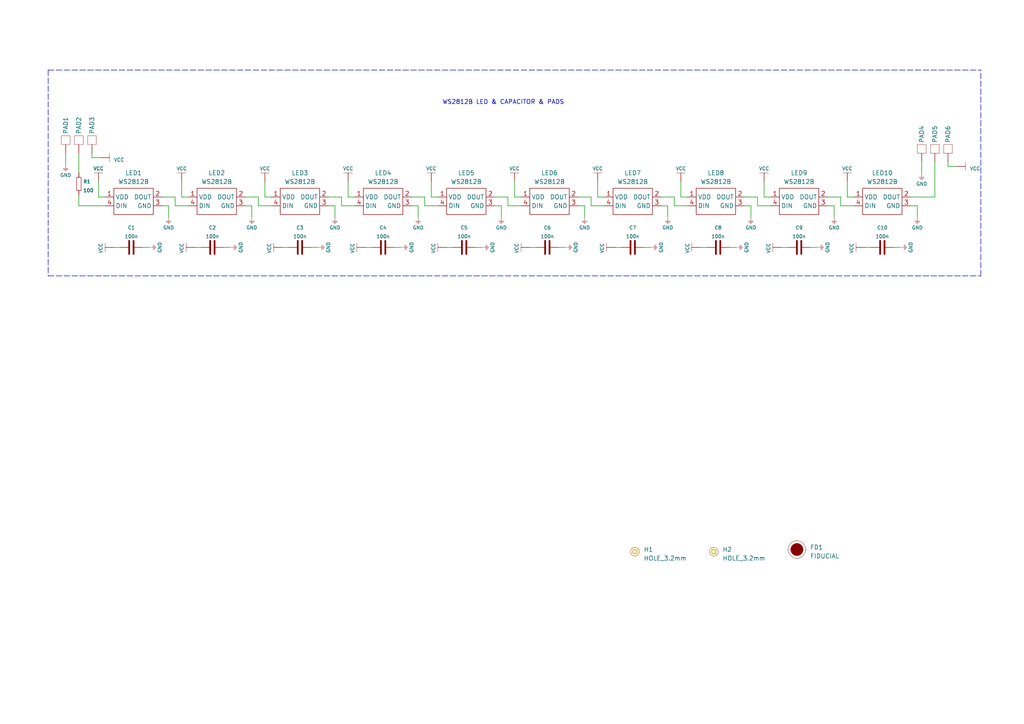
<source format=kicad_sch>
(kicad_sch (version 20210621) (generator eeschema)

  (uuid 25e546e1-a985-4f88-be34-40499372279d)

  (paper "A4")

  (title_block
    (title "Smart LED WS2812B Stick10")
    (date "2021-07-26")
    (rev "V1.1.1.")
    (company "SOLDERED")
    (comment 1 "333056")
  )

  (lib_symbols
    (symbol "e-radionica.com schematics:0603C" (pin_numbers hide) (pin_names (offset 0.002)) (in_bom yes) (on_board yes)
      (property "Reference" "C" (id 0) (at -0.635 3.175 0)
        (effects (font (size 1 1)))
      )
      (property "Value" "0603C" (id 1) (at 0 -3.175 0)
        (effects (font (size 1 1)))
      )
      (property "Footprint" "e-radionica.com footprinti:0603C" (id 2) (at 0 0 0)
        (effects (font (size 1 1)) hide)
      )
      (property "Datasheet" "" (id 3) (at 0 0 0)
        (effects (font (size 1 1)) hide)
      )
      (symbol "0603C_0_1"
        (polyline
          (pts
            (xy -0.635 1.905)
            (xy -0.635 -1.905)
          )
          (stroke (width 0.5)) (fill (type none))
        )
        (polyline
          (pts
            (xy 0.635 1.905)
            (xy 0.635 -1.905)
          )
          (stroke (width 0.5)) (fill (type none))
        )
      )
      (symbol "0603C_1_1"
        (pin passive line (at -3.175 0 0) (length 2.54)
          (name "~" (effects (font (size 1.27 1.27))))
          (number "1" (effects (font (size 1.27 1.27))))
        )
        (pin passive line (at 3.175 0 180) (length 2.54)
          (name "~" (effects (font (size 1.27 1.27))))
          (number "2" (effects (font (size 1.27 1.27))))
        )
      )
    )
    (symbol "e-radionica.com schematics:0603R" (pin_numbers hide) (pin_names (offset 0.254)) (in_bom yes) (on_board yes)
      (property "Reference" "R" (id 0) (at -1.905 1.905 0)
        (effects (font (size 1 1)))
      )
      (property "Value" "0603R" (id 1) (at 0 -1.905 0)
        (effects (font (size 1 1)))
      )
      (property "Footprint" "e-radionica.com footprinti:0603R" (id 2) (at -0.635 1.905 0)
        (effects (font (size 1 1)) hide)
      )
      (property "Datasheet" "" (id 3) (at -0.635 1.905 0)
        (effects (font (size 1 1)) hide)
      )
      (symbol "0603R_0_1"
        (rectangle (start -1.905 -0.635) (end 1.905 -0.6604)
          (stroke (width 0.1)) (fill (type none))
        )
        (rectangle (start -1.905 0.635) (end -1.8796 -0.635)
          (stroke (width 0.1)) (fill (type none))
        )
        (rectangle (start -1.905 0.635) (end 1.905 0.6096)
          (stroke (width 0.1)) (fill (type none))
        )
        (rectangle (start 1.905 0.635) (end 1.9304 -0.635)
          (stroke (width 0.1)) (fill (type none))
        )
      )
      (symbol "0603R_1_1"
        (pin passive line (at -3.175 0 0) (length 1.27)
          (name "~" (effects (font (size 1.27 1.27))))
          (number "1" (effects (font (size 1.27 1.27))))
        )
        (pin passive line (at 3.175 0 180) (length 1.27)
          (name "~" (effects (font (size 1.27 1.27))))
          (number "2" (effects (font (size 1.27 1.27))))
        )
      )
    )
    (symbol "e-radionica.com schematics:FIDUCIAL" (in_bom no) (on_board yes)
      (property "Reference" "FD" (id 0) (at 0 3.81 0)
        (effects (font (size 1.27 1.27)))
      )
      (property "Value" "FIDUCIAL" (id 1) (at 0 -3.81 0)
        (effects (font (size 1.27 1.27)))
      )
      (property "Footprint" "e-radionica.com footprinti:FIDUCIAL_23" (id 2) (at 0.254 -5.334 0)
        (effects (font (size 1.27 1.27)) hide)
      )
      (property "Datasheet" "" (id 3) (at 0 0 0)
        (effects (font (size 1.27 1.27)) hide)
      )
      (symbol "FIDUCIAL_0_1"
        (circle (center 0 0) (radius 2.54) (stroke (width 0.0006)) (fill (type none)))
        (circle (center 0 0) (radius 1.7961) (stroke (width 0.001)) (fill (type outline)))
        (polyline
          (pts
            (xy -2.54 0)
            (xy -2.794 0)
          )
          (stroke (width 0.0006)) (fill (type none))
        )
        (polyline
          (pts
            (xy 0 -2.54)
            (xy 0 -2.794)
          )
          (stroke (width 0.0006)) (fill (type none))
        )
        (polyline
          (pts
            (xy 0 2.54)
            (xy 0 2.794)
          )
          (stroke (width 0.0006)) (fill (type none))
        )
        (polyline
          (pts
            (xy 2.54 0)
            (xy 2.794 0)
          )
          (stroke (width 0.0006)) (fill (type none))
        )
      )
    )
    (symbol "e-radionica.com schematics:GND" (power) (pin_names (offset 0)) (in_bom yes) (on_board yes)
      (property "Reference" "#PWR" (id 0) (at 4.445 0 0)
        (effects (font (size 1 1)) hide)
      )
      (property "Value" "GND" (id 1) (at 0 -2.921 0)
        (effects (font (size 1 1)))
      )
      (property "Footprint" "" (id 2) (at 4.445 3.81 0)
        (effects (font (size 1 1)) hide)
      )
      (property "Datasheet" "" (id 3) (at 4.445 3.81 0)
        (effects (font (size 1 1)) hide)
      )
      (property "ki_keywords" "power-flag" (id 4) (at 0 0 0)
        (effects (font (size 1.27 1.27)) hide)
      )
      (property "ki_description" "Power symbol creates a global label with name \"GND\"" (id 5) (at 0 0 0)
        (effects (font (size 1.27 1.27)) hide)
      )
      (symbol "GND_0_1"
        (polyline
          (pts
            (xy -0.762 -1.27)
            (xy 0.762 -1.27)
          )
          (stroke (width 0.0006)) (fill (type none))
        )
        (polyline
          (pts
            (xy -0.635 -1.524)
            (xy 0.635 -1.524)
          )
          (stroke (width 0.0006)) (fill (type none))
        )
        (polyline
          (pts
            (xy -0.381 -1.778)
            (xy 0.381 -1.778)
          )
          (stroke (width 0.0006)) (fill (type none))
        )
        (polyline
          (pts
            (xy -0.127 -2.032)
            (xy 0.127 -2.032)
          )
          (stroke (width 0.0006)) (fill (type none))
        )
        (polyline
          (pts
            (xy 0 0)
            (xy 0 -1.27)
          )
          (stroke (width 0.0006)) (fill (type none))
        )
      )
      (symbol "GND_1_1"
        (pin power_in line (at 0 0 270) (length 0) hide
          (name "GND" (effects (font (size 1.27 1.27))))
          (number "1" (effects (font (size 1.27 1.27))))
        )
      )
    )
    (symbol "e-radionica.com schematics:HOLE_3.2mm" (pin_numbers hide) (pin_names hide) (in_bom yes) (on_board yes)
      (property "Reference" "H" (id 0) (at 0 2.54 0)
        (effects (font (size 1.27 1.27)))
      )
      (property "Value" "HOLE_3.2mm" (id 1) (at 0 -2.54 0)
        (effects (font (size 1.27 1.27)))
      )
      (property "Footprint" "e-radionica.com footprinti:HOLE_3.2mm" (id 2) (at 0 0 0)
        (effects (font (size 1.27 1.27)) hide)
      )
      (property "Datasheet" "" (id 3) (at 0 0 0)
        (effects (font (size 1.27 1.27)) hide)
      )
      (symbol "HOLE_3.2mm_0_1"
        (circle (center 0 0) (radius 0.635) (stroke (width 0.0006)) (fill (type none)))
        (circle (center 0 0) (radius 1.27) (stroke (width 0.001)) (fill (type background)))
      )
    )
    (symbol "e-radionica.com schematics:PAD_2x1.5" (pin_numbers hide) (pin_names hide) (in_bom yes) (on_board yes)
      (property "Reference" "PAD" (id 0) (at 0 2.54 0)
        (effects (font (size 1.27 1.27)))
      )
      (property "Value" "PAD_2x1.5" (id 1) (at 0 -2.54 0)
        (effects (font (size 1.27 1.27)))
      )
      (property "Footprint" "e-radionica.com footprinti:PAD_2x1.5" (id 2) (at -1.27 -3.81 0)
        (effects (font (size 1.27 1.27)) hide)
      )
      (property "Datasheet" "" (id 3) (at -1.27 0 0)
        (effects (font (size 1.27 1.27)) hide)
      )
      (symbol "PAD_2x1.5_0_1"
        (rectangle (start -1.27 1.27) (end 1.27 -1.27)
          (stroke (width 0.0006)) (fill (type none))
        )
      )
      (symbol "PAD_2x1.5_1_1"
        (pin passive line (at -3.81 0 0) (length 2.54)
          (name "~" (effects (font (size 1.27 1.27))))
          (number "1" (effects (font (size 1.27 1.27))))
        )
      )
    )
    (symbol "e-radionica.com schematics:VCC" (power) (pin_names (offset 0)) (in_bom yes) (on_board yes)
      (property "Reference" "#PWR" (id 0) (at 4.445 0 0)
        (effects (font (size 1 1)) hide)
      )
      (property "Value" "VCC" (id 1) (at 0 3.556 0)
        (effects (font (size 1 1)))
      )
      (property "Footprint" "" (id 2) (at 4.445 3.81 0)
        (effects (font (size 1 1)) hide)
      )
      (property "Datasheet" "" (id 3) (at 4.445 3.81 0)
        (effects (font (size 1 1)) hide)
      )
      (property "ki_keywords" "power-flag" (id 4) (at 0 0 0)
        (effects (font (size 1.27 1.27)) hide)
      )
      (property "ki_description" "Power symbol creates a global label with name \"VCC\"" (id 5) (at 0 0 0)
        (effects (font (size 1.27 1.27)) hide)
      )
      (symbol "VCC_0_1"
        (polyline
          (pts
            (xy -1.27 2.54)
            (xy 1.27 2.54)
          )
          (stroke (width 0.0006)) (fill (type none))
        )
        (polyline
          (pts
            (xy 0 0)
            (xy 0 2.54)
          )
          (stroke (width 0)) (fill (type none))
        )
      )
      (symbol "VCC_1_1"
        (pin power_in line (at 0 0 90) (length 0) hide
          (name "VCC" (effects (font (size 1.27 1.27))))
          (number "1" (effects (font (size 1.27 1.27))))
        )
      )
    )
    (symbol "e-radionica.com schematics:WS2812B" (in_bom yes) (on_board yes)
      (property "Reference" "LED?" (id 0) (at 2.54 5.08 0)
        (effects (font (size 1.27 1.27)))
      )
      (property "Value" "WS2812B" (id 1) (at 1.27 -5.08 0)
        (effects (font (size 1.27 1.27)))
      )
      (property "Footprint" "e-radionica.com footprinti:WS2812B LED" (id 2) (at 1.27 -8.89 0)
        (effects (font (size 1.27 1.27)) hide)
      )
      (property "Datasheet" "" (id 3) (at 1.27 -8.89 0)
        (effects (font (size 1.27 1.27)) hide)
      )
      (symbol "WS2812B_0_1"
        (polyline
          (pts
            (xy -5.08 3.81)
            (xy 6.35 3.81)
            (xy 6.35 -3.81)
            (xy -5.08 -3.81)
            (xy -5.08 3.81)
          )
          (stroke (width 0.1524)) (fill (type none))
        )
      )
      (symbol "WS2812B_1_1"
        (pin input line (at -7.62 1.27 0) (length 2.54)
          (name "VDD" (effects (font (size 1.27 1.27))))
          (number "1" (effects (font (size 1.27 1.27))))
        )
        (pin input line (at 8.89 1.27 180) (length 2.54)
          (name "DOUT" (effects (font (size 1.27 1.27))))
          (number "2" (effects (font (size 1.27 1.27))))
        )
        (pin input line (at 8.89 -1.27 180) (length 2.54)
          (name "GND" (effects (font (size 1.27 1.27))))
          (number "3" (effects (font (size 1.27 1.27))))
        )
        (pin input line (at -7.62 -1.27 0) (length 2.54)
          (name "DIN" (effects (font (size 1.27 1.27))))
          (number "4" (effects (font (size 1.27 1.27))))
        )
      )
    )
  )


  (wire (pts (xy 19.05 44.45) (xy 19.05 47.625))
    (stroke (width 0) (type solid) (color 0 0 0 0))
    (uuid c45bd5e8-6c78-43c2-9bbb-5cc57954d2da)
  )
  (wire (pts (xy 22.86 44.45) (xy 22.86 50.165))
    (stroke (width 0) (type solid) (color 0 0 0 0))
    (uuid b8495cad-c58c-4cc5-be96-10f62d3d7444)
  )
  (wire (pts (xy 22.86 56.515) (xy 22.86 59.69))
    (stroke (width 0) (type solid) (color 0 0 0 0))
    (uuid dc5f1b5c-3464-4e80-8b26-e9bacc0fd347)
  )
  (wire (pts (xy 22.86 59.69) (xy 30.48 59.69))
    (stroke (width 0) (type solid) (color 0 0 0 0))
    (uuid dc5f1b5c-3464-4e80-8b26-e9bacc0fd347)
  )
  (wire (pts (xy 26.67 44.45) (xy 26.67 45.72))
    (stroke (width 0) (type solid) (color 0 0 0 0))
    (uuid 13d8c093-8317-4469-a5fd-6d2cdddbbc1b)
  )
  (wire (pts (xy 26.67 45.72) (xy 29.21 45.72))
    (stroke (width 0) (type solid) (color 0 0 0 0))
    (uuid 13d8c093-8317-4469-a5fd-6d2cdddbbc1b)
  )
  (wire (pts (xy 28.575 52.705) (xy 28.575 57.15))
    (stroke (width 0) (type solid) (color 0 0 0 0))
    (uuid e3675d4e-e7c9-4749-8966-4a7ae0d9c7f5)
  )
  (wire (pts (xy 30.48 57.15) (xy 28.575 57.15))
    (stroke (width 0) (type solid) (color 0 0 0 0))
    (uuid e3675d4e-e7c9-4749-8966-4a7ae0d9c7f5)
  )
  (wire (pts (xy 33.02 71.755) (xy 34.925 71.755))
    (stroke (width 0) (type solid) (color 0 0 0 0))
    (uuid 9288ce86-1f03-45ec-b81f-5f2a0da58038)
  )
  (wire (pts (xy 41.275 71.755) (xy 43.18 71.755))
    (stroke (width 0) (type solid) (color 0 0 0 0))
    (uuid 6e933b3f-d318-478f-832a-0c24555d003b)
  )
  (wire (pts (xy 46.99 57.15) (xy 50.8 57.15))
    (stroke (width 0) (type solid) (color 0 0 0 0))
    (uuid f4acc565-bd77-4023-b5e1-4cf117ecc7fc)
  )
  (wire (pts (xy 46.99 59.69) (xy 48.895 59.69))
    (stroke (width 0) (type solid) (color 0 0 0 0))
    (uuid bc5d0294-a18d-4c1c-bac4-ccc096dce471)
  )
  (wire (pts (xy 48.895 59.69) (xy 48.895 62.865))
    (stroke (width 0) (type solid) (color 0 0 0 0))
    (uuid bc5d0294-a18d-4c1c-bac4-ccc096dce471)
  )
  (wire (pts (xy 50.8 57.15) (xy 50.8 59.69))
    (stroke (width 0) (type solid) (color 0 0 0 0))
    (uuid f4acc565-bd77-4023-b5e1-4cf117ecc7fc)
  )
  (wire (pts (xy 50.8 59.69) (xy 54.61 59.69))
    (stroke (width 0) (type solid) (color 0 0 0 0))
    (uuid f4acc565-bd77-4023-b5e1-4cf117ecc7fc)
  )
  (wire (pts (xy 52.705 52.705) (xy 52.705 57.15))
    (stroke (width 0) (type solid) (color 0 0 0 0))
    (uuid 0d722258-962f-428b-9cf1-a05b2a04527f)
  )
  (wire (pts (xy 54.61 57.15) (xy 52.705 57.15))
    (stroke (width 0) (type solid) (color 0 0 0 0))
    (uuid 1f92231c-172f-47de-9b31-27b200fc9aa6)
  )
  (wire (pts (xy 56.515 71.755) (xy 58.42 71.755))
    (stroke (width 0) (type solid) (color 0 0 0 0))
    (uuid 998129b0-4562-4e07-b54f-592fe4054111)
  )
  (wire (pts (xy 64.77 71.755) (xy 66.675 71.755))
    (stroke (width 0) (type solid) (color 0 0 0 0))
    (uuid 9710960f-95fd-4876-b64f-671e27d86f87)
  )
  (wire (pts (xy 71.12 57.15) (xy 74.93 57.15))
    (stroke (width 0) (type solid) (color 0 0 0 0))
    (uuid f8f2ab57-d9fa-4daa-8128-9e8fd824cfc5)
  )
  (wire (pts (xy 71.12 59.69) (xy 73.025 59.69))
    (stroke (width 0) (type solid) (color 0 0 0 0))
    (uuid f18581f0-8483-49f5-9e57-15d53e1641cc)
  )
  (wire (pts (xy 73.025 59.69) (xy 73.025 62.865))
    (stroke (width 0) (type solid) (color 0 0 0 0))
    (uuid f835d3fb-6878-4461-a942-998b698c0fe6)
  )
  (wire (pts (xy 74.93 57.15) (xy 74.93 59.69))
    (stroke (width 0) (type solid) (color 0 0 0 0))
    (uuid 1eb847af-05df-4bea-b8ed-a160c42de6ad)
  )
  (wire (pts (xy 74.93 59.69) (xy 78.74 59.69))
    (stroke (width 0) (type solid) (color 0 0 0 0))
    (uuid 3cd6ba57-bfb7-4981-8b32-0ac3649a7dd4)
  )
  (wire (pts (xy 76.835 52.705) (xy 76.835 57.15))
    (stroke (width 0) (type solid) (color 0 0 0 0))
    (uuid a4c07f5c-0e9d-451b-903a-c665e34b24f2)
  )
  (wire (pts (xy 78.74 57.15) (xy 76.835 57.15))
    (stroke (width 0) (type solid) (color 0 0 0 0))
    (uuid 2fd88cee-cf12-4234-bf70-5ae090e33b3c)
  )
  (wire (pts (xy 81.915 71.755) (xy 83.82 71.755))
    (stroke (width 0) (type solid) (color 0 0 0 0))
    (uuid 48cd9fb8-e2f7-4d73-8b61-c49c76827bac)
  )
  (wire (pts (xy 90.17 71.755) (xy 92.075 71.755))
    (stroke (width 0) (type solid) (color 0 0 0 0))
    (uuid 8a2cd5ec-afb5-4dd0-bc31-85584485cb60)
  )
  (wire (pts (xy 95.25 57.15) (xy 99.06 57.15))
    (stroke (width 0) (type solid) (color 0 0 0 0))
    (uuid fe7d01c3-77a8-43ee-97e0-8832c814898e)
  )
  (wire (pts (xy 95.25 59.69) (xy 97.155 59.69))
    (stroke (width 0) (type solid) (color 0 0 0 0))
    (uuid 969388e5-6a2e-4daa-aa39-939ae4d88a12)
  )
  (wire (pts (xy 97.155 59.69) (xy 97.155 62.865))
    (stroke (width 0) (type solid) (color 0 0 0 0))
    (uuid 310e850c-3d43-467d-871f-77230e9a4c27)
  )
  (wire (pts (xy 99.06 57.15) (xy 99.06 59.69))
    (stroke (width 0) (type solid) (color 0 0 0 0))
    (uuid 2d9528c5-37e7-45d4-849e-886951e2770e)
  )
  (wire (pts (xy 99.06 59.69) (xy 102.87 59.69))
    (stroke (width 0) (type solid) (color 0 0 0 0))
    (uuid b12dab3d-1069-4c72-b052-39f87db0d675)
  )
  (wire (pts (xy 100.965 52.705) (xy 100.965 57.15))
    (stroke (width 0) (type solid) (color 0 0 0 0))
    (uuid 805ce536-38b3-465d-a6da-aee087b866ea)
  )
  (wire (pts (xy 102.87 57.15) (xy 100.965 57.15))
    (stroke (width 0) (type solid) (color 0 0 0 0))
    (uuid 3d0523c7-4eaf-41fc-96f1-9228d00ac879)
  )
  (wire (pts (xy 106.045 71.755) (xy 107.95 71.755))
    (stroke (width 0) (type solid) (color 0 0 0 0))
    (uuid 19a02ba9-a9f8-474d-bf72-87dbf6882c9a)
  )
  (wire (pts (xy 114.3 71.755) (xy 116.205 71.755))
    (stroke (width 0) (type solid) (color 0 0 0 0))
    (uuid a0a3ec31-ab23-4495-a0a9-20f5f0d4bd06)
  )
  (wire (pts (xy 119.38 57.15) (xy 123.19 57.15))
    (stroke (width 0) (type solid) (color 0 0 0 0))
    (uuid 0e5a41d0-0eba-41e2-97bc-f1f127792b46)
  )
  (wire (pts (xy 119.38 59.69) (xy 121.285 59.69))
    (stroke (width 0) (type solid) (color 0 0 0 0))
    (uuid 1a4b786b-502b-40bd-9c18-d10cac4eeba2)
  )
  (wire (pts (xy 121.285 59.69) (xy 121.285 62.865))
    (stroke (width 0) (type solid) (color 0 0 0 0))
    (uuid 6e12aa60-44da-4eb1-b16d-4a5cb97c2e07)
  )
  (wire (pts (xy 123.19 57.15) (xy 123.19 59.69))
    (stroke (width 0) (type solid) (color 0 0 0 0))
    (uuid 0a2c5e91-aee9-44e9-b447-3b35387d8ff6)
  )
  (wire (pts (xy 123.19 59.69) (xy 127 59.69))
    (stroke (width 0) (type solid) (color 0 0 0 0))
    (uuid d9ec3a20-c04b-4b46-94f5-e0bf33aa578a)
  )
  (wire (pts (xy 125.095 52.705) (xy 125.095 57.15))
    (stroke (width 0) (type solid) (color 0 0 0 0))
    (uuid 27f59910-b4f9-4e9f-a383-da8db02db81b)
  )
  (wire (pts (xy 127 57.15) (xy 125.095 57.15))
    (stroke (width 0) (type solid) (color 0 0 0 0))
    (uuid 44c20a3e-3262-41bf-bc1a-1f9e29388971)
  )
  (wire (pts (xy 129.54 71.755) (xy 131.445 71.755))
    (stroke (width 0) (type solid) (color 0 0 0 0))
    (uuid 20dba83e-7100-43d5-b1a7-fbec56bde5f1)
  )
  (wire (pts (xy 137.795 71.755) (xy 139.7 71.755))
    (stroke (width 0) (type solid) (color 0 0 0 0))
    (uuid 7ddcf036-8c5e-40c5-8abe-f8f7e903d207)
  )
  (wire (pts (xy 143.51 57.15) (xy 147.32 57.15))
    (stroke (width 0) (type solid) (color 0 0 0 0))
    (uuid 09db198b-fc2d-437a-aa90-a22c4443f79d)
  )
  (wire (pts (xy 143.51 59.69) (xy 145.415 59.69))
    (stroke (width 0) (type solid) (color 0 0 0 0))
    (uuid 4e9bdf3f-0903-4fa7-9e66-eb29ea61b50b)
  )
  (wire (pts (xy 145.415 59.69) (xy 145.415 62.865))
    (stroke (width 0) (type solid) (color 0 0 0 0))
    (uuid 3c94a8bc-05a9-49a4-a430-2b7976f519bb)
  )
  (wire (pts (xy 147.32 57.15) (xy 147.32 59.69))
    (stroke (width 0) (type solid) (color 0 0 0 0))
    (uuid 318a3970-1b25-4558-ba0e-02b91de83e5f)
  )
  (wire (pts (xy 147.32 59.69) (xy 151.13 59.69))
    (stroke (width 0) (type solid) (color 0 0 0 0))
    (uuid d988248d-d719-4a7e-9b7f-b94aa67f4ba0)
  )
  (wire (pts (xy 149.225 52.705) (xy 149.225 57.15))
    (stroke (width 0) (type solid) (color 0 0 0 0))
    (uuid 7b483bf7-c5b0-4d4b-bd5e-6068d62a5264)
  )
  (wire (pts (xy 151.13 57.15) (xy 149.225 57.15))
    (stroke (width 0) (type solid) (color 0 0 0 0))
    (uuid 1a113027-28f6-43fb-bde4-7a30c7f21f7d)
  )
  (wire (pts (xy 153.67 71.755) (xy 155.575 71.755))
    (stroke (width 0) (type solid) (color 0 0 0 0))
    (uuid 39a3b792-843d-4184-9c5c-f189d03aa10d)
  )
  (wire (pts (xy 161.925 71.755) (xy 163.83 71.755))
    (stroke (width 0) (type solid) (color 0 0 0 0))
    (uuid 4d7fb855-fed4-4040-9515-7b284f6de82f)
  )
  (wire (pts (xy 167.64 57.15) (xy 171.45 57.15))
    (stroke (width 0) (type solid) (color 0 0 0 0))
    (uuid ecb1b1ec-3823-4c9d-a45a-5a565495f8a7)
  )
  (wire (pts (xy 167.64 59.69) (xy 169.545 59.69))
    (stroke (width 0) (type solid) (color 0 0 0 0))
    (uuid 55db07c5-4573-4dd9-9e3b-9508eb739c10)
  )
  (wire (pts (xy 169.545 59.69) (xy 169.545 62.865))
    (stroke (width 0) (type solid) (color 0 0 0 0))
    (uuid dc10deff-a714-45dc-8d20-07eddc966478)
  )
  (wire (pts (xy 171.45 57.15) (xy 171.45 59.69))
    (stroke (width 0) (type solid) (color 0 0 0 0))
    (uuid 03f0db48-54ab-4e40-a40b-ef8ae62d44bb)
  )
  (wire (pts (xy 171.45 59.69) (xy 175.26 59.69))
    (stroke (width 0) (type solid) (color 0 0 0 0))
    (uuid b9793e78-bfaa-4c4a-bb0f-9f79bf46afd4)
  )
  (wire (pts (xy 173.355 52.705) (xy 173.355 57.15))
    (stroke (width 0) (type solid) (color 0 0 0 0))
    (uuid 2fd892ea-694f-460d-8c4e-67e0f6499958)
  )
  (wire (pts (xy 175.26 57.15) (xy 173.355 57.15))
    (stroke (width 0) (type solid) (color 0 0 0 0))
    (uuid fef8b41d-37d4-403b-929b-952a0e8337db)
  )
  (wire (pts (xy 178.435 71.755) (xy 180.34 71.755))
    (stroke (width 0) (type solid) (color 0 0 0 0))
    (uuid fea702e2-35a5-4e57-a557-98c9b653fff6)
  )
  (wire (pts (xy 186.69 71.755) (xy 188.595 71.755))
    (stroke (width 0) (type solid) (color 0 0 0 0))
    (uuid d2303127-9fe7-4110-a205-504347be0b53)
  )
  (wire (pts (xy 191.77 57.15) (xy 195.58 57.15))
    (stroke (width 0) (type solid) (color 0 0 0 0))
    (uuid 613865a0-51c6-455a-9919-b587303df36d)
  )
  (wire (pts (xy 191.77 59.69) (xy 193.675 59.69))
    (stroke (width 0) (type solid) (color 0 0 0 0))
    (uuid c822a6ab-9042-4068-a159-08b60ab88a2c)
  )
  (wire (pts (xy 193.675 59.69) (xy 193.675 62.865))
    (stroke (width 0) (type solid) (color 0 0 0 0))
    (uuid 28c32689-be4c-4ab9-becf-6716ccdb81ce)
  )
  (wire (pts (xy 195.58 57.15) (xy 195.58 59.69))
    (stroke (width 0) (type solid) (color 0 0 0 0))
    (uuid 2796ea78-c8a7-4b87-90bc-a3eb644ea3be)
  )
  (wire (pts (xy 195.58 59.69) (xy 199.39 59.69))
    (stroke (width 0) (type solid) (color 0 0 0 0))
    (uuid 8f9bef59-7b9d-4e93-ba43-a0e027a77b77)
  )
  (wire (pts (xy 197.485 52.705) (xy 197.485 57.15))
    (stroke (width 0) (type solid) (color 0 0 0 0))
    (uuid 9e5afdb1-349b-483e-9250-14a6b910f045)
  )
  (wire (pts (xy 199.39 57.15) (xy 197.485 57.15))
    (stroke (width 0) (type solid) (color 0 0 0 0))
    (uuid 82f22040-96d5-445d-8ce0-5614bbe655f3)
  )
  (wire (pts (xy 203.2 71.755) (xy 205.105 71.755))
    (stroke (width 0) (type solid) (color 0 0 0 0))
    (uuid a7a2a260-1b9d-42a2-9f67-934fafbe8c00)
  )
  (wire (pts (xy 211.455 71.755) (xy 213.36 71.755))
    (stroke (width 0) (type solid) (color 0 0 0 0))
    (uuid 1311cefb-3eb2-4a54-9cb7-928b11aaaa58)
  )
  (wire (pts (xy 215.9 57.15) (xy 219.71 57.15))
    (stroke (width 0) (type solid) (color 0 0 0 0))
    (uuid 20d80dbe-b40f-43dd-b9fb-b32d90d2d750)
  )
  (wire (pts (xy 215.9 59.69) (xy 217.805 59.69))
    (stroke (width 0) (type solid) (color 0 0 0 0))
    (uuid fe98a591-cbe8-4393-8495-d588f585f83f)
  )
  (wire (pts (xy 217.805 59.69) (xy 217.805 62.865))
    (stroke (width 0) (type solid) (color 0 0 0 0))
    (uuid 25ff4dcc-55b4-40c3-aff6-96390711d48c)
  )
  (wire (pts (xy 219.71 57.15) (xy 219.71 59.69))
    (stroke (width 0) (type solid) (color 0 0 0 0))
    (uuid c0a3c531-c802-49fa-8755-6455cba0b9f4)
  )
  (wire (pts (xy 219.71 59.69) (xy 223.52 59.69))
    (stroke (width 0) (type solid) (color 0 0 0 0))
    (uuid 6a143de5-dd74-4171-8470-ea99f0f2e3d6)
  )
  (wire (pts (xy 221.615 52.705) (xy 221.615 57.15))
    (stroke (width 0) (type solid) (color 0 0 0 0))
    (uuid d64f3d03-e846-4b27-a460-4d7b8e593e37)
  )
  (wire (pts (xy 223.52 57.15) (xy 221.615 57.15))
    (stroke (width 0) (type solid) (color 0 0 0 0))
    (uuid 0e334d79-bf74-414c-a1eb-beaa64f07ad2)
  )
  (wire (pts (xy 226.695 71.755) (xy 228.6 71.755))
    (stroke (width 0) (type solid) (color 0 0 0 0))
    (uuid df84393f-7de4-4090-89d5-9b085772be4c)
  )
  (wire (pts (xy 234.95 71.755) (xy 236.855 71.755))
    (stroke (width 0) (type solid) (color 0 0 0 0))
    (uuid b1a9dfcf-f27e-46c6-9790-17e6558d822a)
  )
  (wire (pts (xy 240.03 57.15) (xy 243.84 57.15))
    (stroke (width 0) (type solid) (color 0 0 0 0))
    (uuid dc5f930c-bbf0-49ca-987a-ff7ca35e6826)
  )
  (wire (pts (xy 240.03 59.69) (xy 241.935 59.69))
    (stroke (width 0) (type solid) (color 0 0 0 0))
    (uuid 0c3690e2-9f58-44bd-8b80-be2d157078d6)
  )
  (wire (pts (xy 241.935 59.69) (xy 241.935 62.865))
    (stroke (width 0) (type solid) (color 0 0 0 0))
    (uuid 40d4cf1e-0e4e-46f3-a938-4f5ce14d8737)
  )
  (wire (pts (xy 243.84 57.15) (xy 243.84 59.69))
    (stroke (width 0) (type solid) (color 0 0 0 0))
    (uuid d7f13fd5-8c55-4161-b9fa-3cae9dc41867)
  )
  (wire (pts (xy 243.84 59.69) (xy 247.65 59.69))
    (stroke (width 0) (type solid) (color 0 0 0 0))
    (uuid c9d87076-598b-448e-b4f6-c9174c7e11bf)
  )
  (wire (pts (xy 245.745 52.705) (xy 245.745 57.15))
    (stroke (width 0) (type solid) (color 0 0 0 0))
    (uuid 696b03e4-3940-4c2a-8517-1ea762046567)
  )
  (wire (pts (xy 247.65 57.15) (xy 245.745 57.15))
    (stroke (width 0) (type solid) (color 0 0 0 0))
    (uuid 5f02ab32-3839-4f3a-844c-5cfc72fdf77f)
  )
  (wire (pts (xy 250.825 71.755) (xy 252.73 71.755))
    (stroke (width 0) (type solid) (color 0 0 0 0))
    (uuid 2a856ac4-2de2-45d8-88b1-1d3bf7ae4a6b)
  )
  (wire (pts (xy 259.08 71.755) (xy 260.985 71.755))
    (stroke (width 0) (type solid) (color 0 0 0 0))
    (uuid 4cf0ce80-4e31-4f54-bae4-150376c7e7a9)
  )
  (wire (pts (xy 264.16 57.15) (xy 271.145 57.15))
    (stroke (width 0) (type solid) (color 0 0 0 0))
    (uuid bcab1033-f6a7-4517-b2aa-bc8448e1db60)
  )
  (wire (pts (xy 264.16 59.69) (xy 266.065 59.69))
    (stroke (width 0) (type solid) (color 0 0 0 0))
    (uuid 498df9ca-abce-4912-baea-3067fb160908)
  )
  (wire (pts (xy 266.065 59.69) (xy 266.065 62.865))
    (stroke (width 0) (type solid) (color 0 0 0 0))
    (uuid 0cb9a38f-79f2-4d62-840e-6c1723a0adc7)
  )
  (wire (pts (xy 267.335 46.99) (xy 267.335 50.165))
    (stroke (width 0) (type solid) (color 0 0 0 0))
    (uuid 36e9d64e-8d67-4e51-92b9-71a7df635a84)
  )
  (wire (pts (xy 271.145 46.99) (xy 271.145 57.15))
    (stroke (width 0) (type solid) (color 0 0 0 0))
    (uuid bd783540-876c-4ca7-b94c-df506bade6a7)
  )
  (wire (pts (xy 274.955 46.99) (xy 274.955 48.26))
    (stroke (width 0) (type solid) (color 0 0 0 0))
    (uuid d71c8efd-94ff-4905-a3d4-9c7ed9ada62c)
  )
  (wire (pts (xy 274.955 48.26) (xy 277.495 48.26))
    (stroke (width 0) (type solid) (color 0 0 0 0))
    (uuid 9877792c-792e-4f1a-bc6f-cf5f32d9f502)
  )
  (polyline (pts (xy 13.97 20.32) (xy 13.97 80.01))
    (stroke (width 0) (type dash) (color 0 0 0 0))
    (uuid 8a831017-f440-4e8d-bea4-e0171241d5f9)
  )
  (polyline (pts (xy 13.97 20.32) (xy 284.48 20.32))
    (stroke (width 0) (type dash) (color 0 0 0 0))
    (uuid 8a831017-f440-4e8d-bea4-e0171241d5f9)
  )
  (polyline (pts (xy 13.97 80.01) (xy 284.48 80.01))
    (stroke (width 0) (type dash) (color 0 0 0 0))
    (uuid 8a831017-f440-4e8d-bea4-e0171241d5f9)
  )
  (polyline (pts (xy 284.48 80.01) (xy 284.48 20.32))
    (stroke (width 0) (type dash) (color 0 0 0 0))
    (uuid 8a831017-f440-4e8d-bea4-e0171241d5f9)
  )

  (text "WS2812B LED & CAPACITOR & PADS" (at 128.27 30.48 0)
    (effects (font (size 1.27 1.27)) (justify left bottom))
    (uuid abef7b61-9458-43aa-828e-0d4e7d09a379)
  )

  (symbol (lib_id "e-radionica.com schematics:GND") (at 19.05 47.625 0) (mirror y) (unit 1)
    (in_bom yes) (on_board yes)
    (uuid 01623b28-763b-4024-90cd-b5c3c1ddd528)
    (property "Reference" "#PWR0144" (id 0) (at 14.605 47.625 0)
      (effects (font (size 1 1)) hide)
    )
    (property "Value" "GND" (id 1) (at 19.05 50.8 0)
      (effects (font (size 1 1)))
    )
    (property "Footprint" "" (id 2) (at 14.605 43.815 0)
      (effects (font (size 1 1)) hide)
    )
    (property "Datasheet" "" (id 3) (at 14.605 43.815 0)
      (effects (font (size 1 1)) hide)
    )
    (pin "1" (uuid 2ff94de9-feb8-4841-a301-6b3ce98eeba6))
  )

  (symbol (lib_id "e-radionica.com schematics:GND") (at 43.18 71.755 90) (unit 1)
    (in_bom yes) (on_board yes)
    (uuid 3a494e15-f3be-4b6a-ae78-19dab1cffa4e)
    (property "Reference" "#PWR0126" (id 0) (at 43.18 67.31 0)
      (effects (font (size 1 1)) hide)
    )
    (property "Value" "GND" (id 1) (at 46.355 71.755 0)
      (effects (font (size 1 1)))
    )
    (property "Footprint" "" (id 2) (at 39.37 67.31 0)
      (effects (font (size 1 1)) hide)
    )
    (property "Datasheet" "" (id 3) (at 39.37 67.31 0)
      (effects (font (size 1 1)) hide)
    )
    (pin "1" (uuid c5263a23-2bc4-4b34-ab52-e0cbbb953add))
  )

  (symbol (lib_id "e-radionica.com schematics:GND") (at 48.895 62.865 0) (unit 1)
    (in_bom yes) (on_board yes)
    (uuid 4553990a-b354-4e13-83fb-d51b701e07a5)
    (property "Reference" "#PWR0123" (id 0) (at 53.34 62.865 0)
      (effects (font (size 1 1)) hide)
    )
    (property "Value" "GND" (id 1) (at 48.895 66.04 0)
      (effects (font (size 1 1)))
    )
    (property "Footprint" "" (id 2) (at 53.34 59.055 0)
      (effects (font (size 1 1)) hide)
    )
    (property "Datasheet" "" (id 3) (at 53.34 59.055 0)
      (effects (font (size 1 1)) hide)
    )
    (pin "1" (uuid 8b1676ac-ce41-4897-8293-50f7aa08265c))
  )

  (symbol (lib_id "e-radionica.com schematics:GND") (at 66.675 71.755 90) (unit 1)
    (in_bom yes) (on_board yes)
    (uuid cb731821-b43f-4c8f-9007-76518dd032ca)
    (property "Reference" "#PWR0111" (id 0) (at 66.675 67.31 0)
      (effects (font (size 1 1)) hide)
    )
    (property "Value" "GND" (id 1) (at 69.85 71.755 0)
      (effects (font (size 1 1)))
    )
    (property "Footprint" "" (id 2) (at 62.865 67.31 0)
      (effects (font (size 1 1)) hide)
    )
    (property "Datasheet" "" (id 3) (at 62.865 67.31 0)
      (effects (font (size 1 1)) hide)
    )
    (pin "1" (uuid b95399f4-78d7-47d6-9970-11309aeb7ba2))
  )

  (symbol (lib_id "e-radionica.com schematics:GND") (at 73.025 62.865 0) (unit 1)
    (in_bom yes) (on_board yes)
    (uuid 6273c8c3-23e5-426e-8fad-d2d72f3e7bac)
    (property "Reference" "#PWR0113" (id 0) (at 77.47 62.865 0)
      (effects (font (size 1 1)) hide)
    )
    (property "Value" "GND" (id 1) (at 73.025 66.04 0)
      (effects (font (size 1 1)))
    )
    (property "Footprint" "" (id 2) (at 77.47 59.055 0)
      (effects (font (size 1 1)) hide)
    )
    (property "Datasheet" "" (id 3) (at 77.47 59.055 0)
      (effects (font (size 1 1)) hide)
    )
    (pin "1" (uuid 11cc09bf-3575-4c88-9255-f7bf8f0b3e3e))
  )

  (symbol (lib_id "e-radionica.com schematics:GND") (at 92.075 71.755 90) (unit 1)
    (in_bom yes) (on_board yes)
    (uuid 3fbcb652-fba5-489a-bdf5-0e166bb51aaf)
    (property "Reference" "#PWR0114" (id 0) (at 92.075 67.31 0)
      (effects (font (size 1 1)) hide)
    )
    (property "Value" "GND" (id 1) (at 95.25 71.755 0)
      (effects (font (size 1 1)))
    )
    (property "Footprint" "" (id 2) (at 88.265 67.31 0)
      (effects (font (size 1 1)) hide)
    )
    (property "Datasheet" "" (id 3) (at 88.265 67.31 0)
      (effects (font (size 1 1)) hide)
    )
    (pin "1" (uuid baf3d0c7-6063-44ad-a61c-05bfc11583b0))
  )

  (symbol (lib_id "e-radionica.com schematics:GND") (at 97.155 62.865 0) (unit 1)
    (in_bom yes) (on_board yes)
    (uuid f0b368f4-0479-461e-b005-c9e3a4d024e6)
    (property "Reference" "#PWR0108" (id 0) (at 101.6 62.865 0)
      (effects (font (size 1 1)) hide)
    )
    (property "Value" "GND" (id 1) (at 97.155 66.04 0)
      (effects (font (size 1 1)))
    )
    (property "Footprint" "" (id 2) (at 101.6 59.055 0)
      (effects (font (size 1 1)) hide)
    )
    (property "Datasheet" "" (id 3) (at 101.6 59.055 0)
      (effects (font (size 1 1)) hide)
    )
    (pin "1" (uuid 13090157-3edf-4e54-b8a1-092e8c4458a4))
  )

  (symbol (lib_id "e-radionica.com schematics:GND") (at 116.205 71.755 90) (unit 1)
    (in_bom yes) (on_board yes)
    (uuid f5e0d329-01d6-484e-af78-775fa5ebb109)
    (property "Reference" "#PWR0119" (id 0) (at 116.205 67.31 0)
      (effects (font (size 1 1)) hide)
    )
    (property "Value" "GND" (id 1) (at 119.38 71.755 0)
      (effects (font (size 1 1)))
    )
    (property "Footprint" "" (id 2) (at 112.395 67.31 0)
      (effects (font (size 1 1)) hide)
    )
    (property "Datasheet" "" (id 3) (at 112.395 67.31 0)
      (effects (font (size 1 1)) hide)
    )
    (pin "1" (uuid f29056f2-dad3-4773-84a5-092935fb2cbe))
  )

  (symbol (lib_id "e-radionica.com schematics:GND") (at 121.285 62.865 0) (unit 1)
    (in_bom yes) (on_board yes)
    (uuid 884f496f-3d42-4747-b405-67664eda3d1c)
    (property "Reference" "#PWR0116" (id 0) (at 125.73 62.865 0)
      (effects (font (size 1 1)) hide)
    )
    (property "Value" "GND" (id 1) (at 121.285 66.04 0)
      (effects (font (size 1 1)))
    )
    (property "Footprint" "" (id 2) (at 125.73 59.055 0)
      (effects (font (size 1 1)) hide)
    )
    (property "Datasheet" "" (id 3) (at 125.73 59.055 0)
      (effects (font (size 1 1)) hide)
    )
    (pin "1" (uuid 46a22989-a08d-48e5-ad01-2d29b5bc58c7))
  )

  (symbol (lib_id "e-radionica.com schematics:GND") (at 139.7 71.755 90) (unit 1)
    (in_bom yes) (on_board yes)
    (uuid 95c40583-0506-43bf-91dd-59d881d603e4)
    (property "Reference" "#PWR0131" (id 0) (at 139.7 67.31 0)
      (effects (font (size 1 1)) hide)
    )
    (property "Value" "GND" (id 1) (at 142.875 71.755 0)
      (effects (font (size 1 1)))
    )
    (property "Footprint" "" (id 2) (at 135.89 67.31 0)
      (effects (font (size 1 1)) hide)
    )
    (property "Datasheet" "" (id 3) (at 135.89 67.31 0)
      (effects (font (size 1 1)) hide)
    )
    (pin "1" (uuid 7853cad7-a8ab-4dfd-8a3c-2d36990d5478))
  )

  (symbol (lib_id "e-radionica.com schematics:GND") (at 145.415 62.865 0) (unit 1)
    (in_bom yes) (on_board yes)
    (uuid 9d2d6418-216b-4929-99b7-de188ff22772)
    (property "Reference" "#PWR0130" (id 0) (at 149.86 62.865 0)
      (effects (font (size 1 1)) hide)
    )
    (property "Value" "GND" (id 1) (at 145.415 66.04 0)
      (effects (font (size 1 1)))
    )
    (property "Footprint" "" (id 2) (at 149.86 59.055 0)
      (effects (font (size 1 1)) hide)
    )
    (property "Datasheet" "" (id 3) (at 149.86 59.055 0)
      (effects (font (size 1 1)) hide)
    )
    (pin "1" (uuid 78f206a0-8897-492d-b4f6-c91b1ca64c6e))
  )

  (symbol (lib_id "e-radionica.com schematics:GND") (at 163.83 71.755 90) (unit 1)
    (in_bom yes) (on_board yes)
    (uuid f82e9ef6-1f10-42a2-8074-b93d5a97b58f)
    (property "Reference" "#PWR0128" (id 0) (at 163.83 67.31 0)
      (effects (font (size 1 1)) hide)
    )
    (property "Value" "GND" (id 1) (at 167.005 71.755 0)
      (effects (font (size 1 1)))
    )
    (property "Footprint" "" (id 2) (at 160.02 67.31 0)
      (effects (font (size 1 1)) hide)
    )
    (property "Datasheet" "" (id 3) (at 160.02 67.31 0)
      (effects (font (size 1 1)) hide)
    )
    (pin "1" (uuid c7463458-da2d-4d56-b220-a2c95b86ebcd))
  )

  (symbol (lib_id "e-radionica.com schematics:GND") (at 169.545 62.865 0) (unit 1)
    (in_bom yes) (on_board yes)
    (uuid b2523386-ac0a-4b7f-bafc-5772c9f3ee1e)
    (property "Reference" "#PWR0127" (id 0) (at 173.99 62.865 0)
      (effects (font (size 1 1)) hide)
    )
    (property "Value" "GND" (id 1) (at 169.545 66.04 0)
      (effects (font (size 1 1)))
    )
    (property "Footprint" "" (id 2) (at 173.99 59.055 0)
      (effects (font (size 1 1)) hide)
    )
    (property "Datasheet" "" (id 3) (at 173.99 59.055 0)
      (effects (font (size 1 1)) hide)
    )
    (pin "1" (uuid e3e7cdae-0ed4-4e8d-b056-ae60b74bc0b6))
  )

  (symbol (lib_id "e-radionica.com schematics:GND") (at 188.595 71.755 90) (unit 1)
    (in_bom yes) (on_board yes)
    (uuid 97109d4c-a196-4b57-84f9-4c90eb473a82)
    (property "Reference" "#PWR0136" (id 0) (at 188.595 67.31 0)
      (effects (font (size 1 1)) hide)
    )
    (property "Value" "GND" (id 1) (at 191.77 71.755 0)
      (effects (font (size 1 1)))
    )
    (property "Footprint" "" (id 2) (at 184.785 67.31 0)
      (effects (font (size 1 1)) hide)
    )
    (property "Datasheet" "" (id 3) (at 184.785 67.31 0)
      (effects (font (size 1 1)) hide)
    )
    (pin "1" (uuid c42fce23-6ef8-48d5-a43f-911a6eedd898))
  )

  (symbol (lib_id "e-radionica.com schematics:GND") (at 193.675 62.865 0) (unit 1)
    (in_bom yes) (on_board yes)
    (uuid d718ff60-0589-4a01-b967-14a98546777a)
    (property "Reference" "#PWR0134" (id 0) (at 198.12 62.865 0)
      (effects (font (size 1 1)) hide)
    )
    (property "Value" "GND" (id 1) (at 193.675 66.04 0)
      (effects (font (size 1 1)))
    )
    (property "Footprint" "" (id 2) (at 198.12 59.055 0)
      (effects (font (size 1 1)) hide)
    )
    (property "Datasheet" "" (id 3) (at 198.12 59.055 0)
      (effects (font (size 1 1)) hide)
    )
    (pin "1" (uuid 9e1f4fdb-b386-429c-adbd-eecd07cd6432))
  )

  (symbol (lib_id "e-radionica.com schematics:GND") (at 213.36 71.755 90) (unit 1)
    (in_bom yes) (on_board yes)
    (uuid 033f2938-0fb2-411a-bab4-2ebaf5b5ba27)
    (property "Reference" "#PWR0139" (id 0) (at 213.36 67.31 0)
      (effects (font (size 1 1)) hide)
    )
    (property "Value" "GND" (id 1) (at 216.535 71.755 0)
      (effects (font (size 1 1)))
    )
    (property "Footprint" "" (id 2) (at 209.55 67.31 0)
      (effects (font (size 1 1)) hide)
    )
    (property "Datasheet" "" (id 3) (at 209.55 67.31 0)
      (effects (font (size 1 1)) hide)
    )
    (pin "1" (uuid be9d19b9-ee9c-4fe6-bf82-8ec7e7d3346c))
  )

  (symbol (lib_id "e-radionica.com schematics:GND") (at 217.805 62.865 0) (unit 1)
    (in_bom yes) (on_board yes)
    (uuid 5295de97-11dc-4274-866e-ecf0f0d20811)
    (property "Reference" "#PWR0138" (id 0) (at 222.25 62.865 0)
      (effects (font (size 1 1)) hide)
    )
    (property "Value" "GND" (id 1) (at 217.805 66.04 0)
      (effects (font (size 1 1)))
    )
    (property "Footprint" "" (id 2) (at 222.25 59.055 0)
      (effects (font (size 1 1)) hide)
    )
    (property "Datasheet" "" (id 3) (at 222.25 59.055 0)
      (effects (font (size 1 1)) hide)
    )
    (pin "1" (uuid 18e05588-bb4b-463b-8b84-781e2dfc20d2))
  )

  (symbol (lib_id "e-radionica.com schematics:GND") (at 236.855 71.755 90) (unit 1)
    (in_bom yes) (on_board yes)
    (uuid e89687f4-b6eb-41c5-83b7-1d5ae3fc5dfb)
    (property "Reference" "#PWR0105" (id 0) (at 236.855 67.31 0)
      (effects (font (size 1 1)) hide)
    )
    (property "Value" "GND" (id 1) (at 240.03 71.755 0)
      (effects (font (size 1 1)))
    )
    (property "Footprint" "" (id 2) (at 233.045 67.31 0)
      (effects (font (size 1 1)) hide)
    )
    (property "Datasheet" "" (id 3) (at 233.045 67.31 0)
      (effects (font (size 1 1)) hide)
    )
    (pin "1" (uuid a1a3e315-19aa-45ec-8927-bfd7c7d594cc))
  )

  (symbol (lib_id "e-radionica.com schematics:GND") (at 241.935 62.865 0) (unit 1)
    (in_bom yes) (on_board yes)
    (uuid 9f539ace-06a2-46a8-bb96-a12c46233315)
    (property "Reference" "#PWR0102" (id 0) (at 246.38 62.865 0)
      (effects (font (size 1 1)) hide)
    )
    (property "Value" "GND" (id 1) (at 241.935 66.04 0)
      (effects (font (size 1 1)))
    )
    (property "Footprint" "" (id 2) (at 246.38 59.055 0)
      (effects (font (size 1 1)) hide)
    )
    (property "Datasheet" "" (id 3) (at 246.38 59.055 0)
      (effects (font (size 1 1)) hide)
    )
    (pin "1" (uuid e5860bb9-d1c9-4775-ac5a-bbba3cd17e24))
  )

  (symbol (lib_id "e-radionica.com schematics:GND") (at 260.985 71.755 90) (unit 1)
    (in_bom yes) (on_board yes)
    (uuid 05922fd2-3162-404f-8da5-aa00d97613b8)
    (property "Reference" "#PWR0103" (id 0) (at 260.985 67.31 0)
      (effects (font (size 1 1)) hide)
    )
    (property "Value" "GND" (id 1) (at 264.16 71.755 0)
      (effects (font (size 1 1)))
    )
    (property "Footprint" "" (id 2) (at 257.175 67.31 0)
      (effects (font (size 1 1)) hide)
    )
    (property "Datasheet" "" (id 3) (at 257.175 67.31 0)
      (effects (font (size 1 1)) hide)
    )
    (pin "1" (uuid 32163067-7790-491b-976d-0386c32a5d76))
  )

  (symbol (lib_id "e-radionica.com schematics:GND") (at 266.065 62.865 0) (unit 1)
    (in_bom yes) (on_board yes)
    (uuid 74984f0c-fe5a-4905-89d4-173f38681825)
    (property "Reference" "#PWR0107" (id 0) (at 270.51 62.865 0)
      (effects (font (size 1 1)) hide)
    )
    (property "Value" "GND" (id 1) (at 266.065 66.04 0)
      (effects (font (size 1 1)))
    )
    (property "Footprint" "" (id 2) (at 270.51 59.055 0)
      (effects (font (size 1 1)) hide)
    )
    (property "Datasheet" "" (id 3) (at 270.51 59.055 0)
      (effects (font (size 1 1)) hide)
    )
    (pin "1" (uuid 7413d7a7-3cff-425c-99e4-4ae545ea9cc8))
  )

  (symbol (lib_id "e-radionica.com schematics:GND") (at 267.335 50.165 0) (mirror y) (unit 1)
    (in_bom yes) (on_board yes)
    (uuid 4935e9d6-ddfe-4639-a37b-dac849671977)
    (property "Reference" "#PWR0141" (id 0) (at 262.89 50.165 0)
      (effects (font (size 1 1)) hide)
    )
    (property "Value" "GND" (id 1) (at 267.335 53.34 0)
      (effects (font (size 1 1)))
    )
    (property "Footprint" "" (id 2) (at 262.89 46.355 0)
      (effects (font (size 1 1)) hide)
    )
    (property "Datasheet" "" (id 3) (at 262.89 46.355 0)
      (effects (font (size 1 1)) hide)
    )
    (pin "1" (uuid 7859a36c-1a15-439f-af44-cce8283e5740))
  )

  (symbol (lib_id "e-radionica.com schematics:HOLE_3.2mm") (at 184.15 160.02 0) (unit 1)
    (in_bom yes) (on_board yes) (fields_autoplaced)
    (uuid fc6077e1-a04a-42f7-a07b-b408dc33ebbc)
    (property "Reference" "H1" (id 0) (at 186.69 159.3849 0)
      (effects (font (size 1.27 1.27)) (justify left))
    )
    (property "Value" "HOLE_3.2mm" (id 1) (at 186.69 161.9249 0)
      (effects (font (size 1.27 1.27)) (justify left))
    )
    (property "Footprint" "e-radionica.com footprinti:HOLE_3.2mm" (id 2) (at 184.15 160.02 0)
      (effects (font (size 1.27 1.27)) hide)
    )
    (property "Datasheet" "" (id 3) (at 184.15 160.02 0)
      (effects (font (size 1.27 1.27)) hide)
    )
  )

  (symbol (lib_id "e-radionica.com schematics:HOLE_3.2mm") (at 207.01 160.02 0) (unit 1)
    (in_bom yes) (on_board yes) (fields_autoplaced)
    (uuid 7a744dfc-5f4e-4d8f-a8bf-3370e4de2c60)
    (property "Reference" "H2" (id 0) (at 209.55 159.3849 0)
      (effects (font (size 1.27 1.27)) (justify left))
    )
    (property "Value" "HOLE_3.2mm" (id 1) (at 209.55 161.9249 0)
      (effects (font (size 1.27 1.27)) (justify left))
    )
    (property "Footprint" "e-radionica.com footprinti:HOLE_3.2mm" (id 2) (at 207.01 160.02 0)
      (effects (font (size 1.27 1.27)) hide)
    )
    (property "Datasheet" "" (id 3) (at 207.01 160.02 0)
      (effects (font (size 1.27 1.27)) hide)
    )
  )

  (symbol (lib_id "e-radionica.com schematics:VCC") (at 28.575 52.705 0) (unit 1)
    (in_bom yes) (on_board yes) (fields_autoplaced)
    (uuid 93948d6c-2dc2-422b-b627-afa72ea4eb5f)
    (property "Reference" "#PWR0122" (id 0) (at 33.02 52.705 0)
      (effects (font (size 1 1)) hide)
    )
    (property "Value" "VCC" (id 1) (at 28.575 48.895 0)
      (effects (font (size 1 1)))
    )
    (property "Footprint" "" (id 2) (at 33.02 48.895 0)
      (effects (font (size 1 1)) hide)
    )
    (property "Datasheet" "" (id 3) (at 33.02 48.895 0)
      (effects (font (size 1 1)) hide)
    )
    (pin "1" (uuid 7c7aa7e7-dcb0-4066-9bb0-1b95f1c7da55))
  )

  (symbol (lib_id "e-radionica.com schematics:VCC") (at 29.21 45.72 270) (unit 1)
    (in_bom yes) (on_board yes) (fields_autoplaced)
    (uuid 85e0735e-a0d0-4122-b083-8429bd03aae8)
    (property "Reference" "#PWR0143" (id 0) (at 29.21 50.165 0)
      (effects (font (size 1 1)) hide)
    )
    (property "Value" "VCC" (id 1) (at 33.02 46.355 90)
      (effects (font (size 1 1)) (justify left))
    )
    (property "Footprint" "" (id 2) (at 33.02 50.165 0)
      (effects (font (size 1 1)) hide)
    )
    (property "Datasheet" "" (id 3) (at 33.02 50.165 0)
      (effects (font (size 1 1)) hide)
    )
    (pin "1" (uuid 94e8158e-467c-4d34-8d76-beabef9689cd))
  )

  (symbol (lib_id "e-radionica.com schematics:VCC") (at 33.02 71.755 90) (unit 1)
    (in_bom yes) (on_board yes)
    (uuid 6fab0891-b999-4176-b8f6-36c0647fd547)
    (property "Reference" "#PWR0125" (id 0) (at 33.02 67.31 0)
      (effects (font (size 1 1)) hide)
    )
    (property "Value" "VCC" (id 1) (at 29.21 70.485 0)
      (effects (font (size 1 1)) (justify right))
    )
    (property "Footprint" "" (id 2) (at 29.21 67.31 0)
      (effects (font (size 1 1)) hide)
    )
    (property "Datasheet" "" (id 3) (at 29.21 67.31 0)
      (effects (font (size 1 1)) hide)
    )
    (pin "1" (uuid 40afe42a-96b1-4a2f-9d4f-a510eb593310))
  )

  (symbol (lib_id "e-radionica.com schematics:VCC") (at 52.705 52.705 0) (unit 1)
    (in_bom yes) (on_board yes) (fields_autoplaced)
    (uuid 78427152-8089-4fcb-99e8-5829168740f2)
    (property "Reference" "#PWR0110" (id 0) (at 57.15 52.705 0)
      (effects (font (size 1 1)) hide)
    )
    (property "Value" "VCC" (id 1) (at 52.705 48.895 0)
      (effects (font (size 1 1)))
    )
    (property "Footprint" "" (id 2) (at 57.15 48.895 0)
      (effects (font (size 1 1)) hide)
    )
    (property "Datasheet" "" (id 3) (at 57.15 48.895 0)
      (effects (font (size 1 1)) hide)
    )
    (pin "1" (uuid e7bb4898-a150-4da7-8624-d63e1b6bafbf))
  )

  (symbol (lib_id "e-radionica.com schematics:VCC") (at 56.515 71.755 90) (unit 1)
    (in_bom yes) (on_board yes)
    (uuid b9ba10a1-2430-4a8d-ab07-389e1c7464d2)
    (property "Reference" "#PWR0124" (id 0) (at 56.515 67.31 0)
      (effects (font (size 1 1)) hide)
    )
    (property "Value" "VCC" (id 1) (at 52.705 70.485 0)
      (effects (font (size 1 1)) (justify right))
    )
    (property "Footprint" "" (id 2) (at 52.705 67.31 0)
      (effects (font (size 1 1)) hide)
    )
    (property "Datasheet" "" (id 3) (at 52.705 67.31 0)
      (effects (font (size 1 1)) hide)
    )
    (pin "1" (uuid d2d5e63f-30a5-4b17-af40-5e512b606fd7))
  )

  (symbol (lib_id "e-radionica.com schematics:VCC") (at 76.835 52.705 0) (unit 1)
    (in_bom yes) (on_board yes) (fields_autoplaced)
    (uuid 220b412c-02b0-40cf-ac41-36ac41c3c59c)
    (property "Reference" "#PWR0109" (id 0) (at 81.28 52.705 0)
      (effects (font (size 1 1)) hide)
    )
    (property "Value" "VCC" (id 1) (at 76.835 48.895 0)
      (effects (font (size 1 1)))
    )
    (property "Footprint" "" (id 2) (at 81.28 48.895 0)
      (effects (font (size 1 1)) hide)
    )
    (property "Datasheet" "" (id 3) (at 81.28 48.895 0)
      (effects (font (size 1 1)) hide)
    )
    (pin "1" (uuid 5d3ca148-c754-44f9-af58-8434267c8b4d))
  )

  (symbol (lib_id "e-radionica.com schematics:VCC") (at 81.915 71.755 90) (unit 1)
    (in_bom yes) (on_board yes)
    (uuid 24dae30b-a483-41d4-b071-3031cf40e73c)
    (property "Reference" "#PWR0112" (id 0) (at 81.915 67.31 0)
      (effects (font (size 1 1)) hide)
    )
    (property "Value" "VCC" (id 1) (at 78.105 70.485 0)
      (effects (font (size 1 1)) (justify right))
    )
    (property "Footprint" "" (id 2) (at 78.105 67.31 0)
      (effects (font (size 1 1)) hide)
    )
    (property "Datasheet" "" (id 3) (at 78.105 67.31 0)
      (effects (font (size 1 1)) hide)
    )
    (pin "1" (uuid cac59eaf-d072-452b-906b-5e7d6fce8973))
  )

  (symbol (lib_id "e-radionica.com schematics:VCC") (at 100.965 52.705 0) (unit 1)
    (in_bom yes) (on_board yes) (fields_autoplaced)
    (uuid 292d29b2-498e-4307-b5e9-7fa9d15db2a8)
    (property "Reference" "#PWR0118" (id 0) (at 105.41 52.705 0)
      (effects (font (size 1 1)) hide)
    )
    (property "Value" "VCC" (id 1) (at 100.965 48.895 0)
      (effects (font (size 1 1)))
    )
    (property "Footprint" "" (id 2) (at 105.41 48.895 0)
      (effects (font (size 1 1)) hide)
    )
    (property "Datasheet" "" (id 3) (at 105.41 48.895 0)
      (effects (font (size 1 1)) hide)
    )
    (pin "1" (uuid e0c610a3-6472-4a98-b430-c4fb6808e8c1))
  )

  (symbol (lib_id "e-radionica.com schematics:VCC") (at 106.045 71.755 90) (unit 1)
    (in_bom yes) (on_board yes)
    (uuid b0f648bc-e100-4fdf-83e5-c275297a2359)
    (property "Reference" "#PWR0115" (id 0) (at 106.045 67.31 0)
      (effects (font (size 1 1)) hide)
    )
    (property "Value" "VCC" (id 1) (at 102.235 70.485 0)
      (effects (font (size 1 1)) (justify right))
    )
    (property "Footprint" "" (id 2) (at 102.235 67.31 0)
      (effects (font (size 1 1)) hide)
    )
    (property "Datasheet" "" (id 3) (at 102.235 67.31 0)
      (effects (font (size 1 1)) hide)
    )
    (pin "1" (uuid 7fd5083f-a30a-494f-9af0-455e31b8e449))
  )

  (symbol (lib_id "e-radionica.com schematics:VCC") (at 125.095 52.705 0) (unit 1)
    (in_bom yes) (on_board yes) (fields_autoplaced)
    (uuid 1bf4edd8-b1ad-4a4c-afb4-99c61e838c7b)
    (property "Reference" "#PWR0117" (id 0) (at 129.54 52.705 0)
      (effects (font (size 1 1)) hide)
    )
    (property "Value" "VCC" (id 1) (at 125.095 48.895 0)
      (effects (font (size 1 1)))
    )
    (property "Footprint" "" (id 2) (at 129.54 48.895 0)
      (effects (font (size 1 1)) hide)
    )
    (property "Datasheet" "" (id 3) (at 129.54 48.895 0)
      (effects (font (size 1 1)) hide)
    )
    (pin "1" (uuid 98dc4c8d-8438-4e13-a5d7-09b419fddc24))
  )

  (symbol (lib_id "e-radionica.com schematics:VCC") (at 129.54 71.755 90) (unit 1)
    (in_bom yes) (on_board yes)
    (uuid 3ccc8b51-7afa-48d4-a77c-3112b4032d93)
    (property "Reference" "#PWR0120" (id 0) (at 129.54 67.31 0)
      (effects (font (size 1 1)) hide)
    )
    (property "Value" "VCC" (id 1) (at 125.73 70.485 0)
      (effects (font (size 1 1)) (justify right))
    )
    (property "Footprint" "" (id 2) (at 125.73 67.31 0)
      (effects (font (size 1 1)) hide)
    )
    (property "Datasheet" "" (id 3) (at 125.73 67.31 0)
      (effects (font (size 1 1)) hide)
    )
    (pin "1" (uuid 152ec106-86cc-4dfd-880d-380e94700476))
  )

  (symbol (lib_id "e-radionica.com schematics:VCC") (at 149.225 52.705 0) (unit 1)
    (in_bom yes) (on_board yes) (fields_autoplaced)
    (uuid 839166a5-e6ff-43dc-a9c8-b04bf5265839)
    (property "Reference" "#PWR0129" (id 0) (at 153.67 52.705 0)
      (effects (font (size 1 1)) hide)
    )
    (property "Value" "VCC" (id 1) (at 149.225 48.895 0)
      (effects (font (size 1 1)))
    )
    (property "Footprint" "" (id 2) (at 153.67 48.895 0)
      (effects (font (size 1 1)) hide)
    )
    (property "Datasheet" "" (id 3) (at 153.67 48.895 0)
      (effects (font (size 1 1)) hide)
    )
    (pin "1" (uuid 85490d78-20ab-4ba8-a536-14fd90f7e304))
  )

  (symbol (lib_id "e-radionica.com schematics:VCC") (at 153.67 71.755 90) (unit 1)
    (in_bom yes) (on_board yes)
    (uuid 9fe82f4d-d10c-463d-b246-78a75bfbf71c)
    (property "Reference" "#PWR0121" (id 0) (at 153.67 67.31 0)
      (effects (font (size 1 1)) hide)
    )
    (property "Value" "VCC" (id 1) (at 149.86 70.485 0)
      (effects (font (size 1 1)) (justify right))
    )
    (property "Footprint" "" (id 2) (at 149.86 67.31 0)
      (effects (font (size 1 1)) hide)
    )
    (property "Datasheet" "" (id 3) (at 149.86 67.31 0)
      (effects (font (size 1 1)) hide)
    )
    (pin "1" (uuid 0df503ce-c99f-4840-8be2-d0f44705c7f1))
  )

  (symbol (lib_id "e-radionica.com schematics:VCC") (at 173.355 52.705 0) (unit 1)
    (in_bom yes) (on_board yes) (fields_autoplaced)
    (uuid fd070519-197f-4130-98c0-b0909f658ff0)
    (property "Reference" "#PWR0135" (id 0) (at 177.8 52.705 0)
      (effects (font (size 1 1)) hide)
    )
    (property "Value" "VCC" (id 1) (at 173.355 48.895 0)
      (effects (font (size 1 1)))
    )
    (property "Footprint" "" (id 2) (at 177.8 48.895 0)
      (effects (font (size 1 1)) hide)
    )
    (property "Datasheet" "" (id 3) (at 177.8 48.895 0)
      (effects (font (size 1 1)) hide)
    )
    (pin "1" (uuid 05991b07-ee38-4fae-bfcd-ba66b7f3feb5))
  )

  (symbol (lib_id "e-radionica.com schematics:VCC") (at 178.435 71.755 90) (unit 1)
    (in_bom yes) (on_board yes)
    (uuid 1127ab0d-9f07-4367-b230-ba7bef114fd8)
    (property "Reference" "#PWR0132" (id 0) (at 178.435 67.31 0)
      (effects (font (size 1 1)) hide)
    )
    (property "Value" "VCC" (id 1) (at 174.625 70.485 0)
      (effects (font (size 1 1)) (justify right))
    )
    (property "Footprint" "" (id 2) (at 174.625 67.31 0)
      (effects (font (size 1 1)) hide)
    )
    (property "Datasheet" "" (id 3) (at 174.625 67.31 0)
      (effects (font (size 1 1)) hide)
    )
    (pin "1" (uuid 47b31176-93b3-4085-8120-d1dc69dbb265))
  )

  (symbol (lib_id "e-radionica.com schematics:VCC") (at 197.485 52.705 0) (unit 1)
    (in_bom yes) (on_board yes) (fields_autoplaced)
    (uuid 628abcbf-1b50-4242-9e69-95fd081a7e9b)
    (property "Reference" "#PWR0133" (id 0) (at 201.93 52.705 0)
      (effects (font (size 1 1)) hide)
    )
    (property "Value" "VCC" (id 1) (at 197.485 48.895 0)
      (effects (font (size 1 1)))
    )
    (property "Footprint" "" (id 2) (at 201.93 48.895 0)
      (effects (font (size 1 1)) hide)
    )
    (property "Datasheet" "" (id 3) (at 201.93 48.895 0)
      (effects (font (size 1 1)) hide)
    )
    (pin "1" (uuid f6120a2d-082a-4cae-ae65-20bc32445021))
  )

  (symbol (lib_id "e-radionica.com schematics:VCC") (at 203.2 71.755 90) (unit 1)
    (in_bom yes) (on_board yes)
    (uuid 4b7706f8-e588-46e8-b493-c23367c75d21)
    (property "Reference" "#PWR0137" (id 0) (at 203.2 67.31 0)
      (effects (font (size 1 1)) hide)
    )
    (property "Value" "VCC" (id 1) (at 199.39 70.485 0)
      (effects (font (size 1 1)) (justify right))
    )
    (property "Footprint" "" (id 2) (at 199.39 67.31 0)
      (effects (font (size 1 1)) hide)
    )
    (property "Datasheet" "" (id 3) (at 199.39 67.31 0)
      (effects (font (size 1 1)) hide)
    )
    (pin "1" (uuid e602d48e-d03c-48c1-b0fa-81732eef675b))
  )

  (symbol (lib_id "e-radionica.com schematics:VCC") (at 221.615 52.705 0) (unit 1)
    (in_bom yes) (on_board yes) (fields_autoplaced)
    (uuid 330f60ed-46e8-4463-8efd-b7dbfe6ddeb5)
    (property "Reference" "#PWR0104" (id 0) (at 226.06 52.705 0)
      (effects (font (size 1 1)) hide)
    )
    (property "Value" "VCC" (id 1) (at 221.615 48.895 0)
      (effects (font (size 1 1)))
    )
    (property "Footprint" "" (id 2) (at 226.06 48.895 0)
      (effects (font (size 1 1)) hide)
    )
    (property "Datasheet" "" (id 3) (at 226.06 48.895 0)
      (effects (font (size 1 1)) hide)
    )
    (pin "1" (uuid 63d2239b-6e21-4b42-9862-27ef743f5c1e))
  )

  (symbol (lib_id "e-radionica.com schematics:VCC") (at 226.695 71.755 90) (unit 1)
    (in_bom yes) (on_board yes)
    (uuid bb8e169d-7cc0-4218-a8eb-6c8c9e304efc)
    (property "Reference" "#PWR0140" (id 0) (at 226.695 67.31 0)
      (effects (font (size 1 1)) hide)
    )
    (property "Value" "VCC" (id 1) (at 222.885 70.485 0)
      (effects (font (size 1 1)) (justify right))
    )
    (property "Footprint" "" (id 2) (at 222.885 67.31 0)
      (effects (font (size 1 1)) hide)
    )
    (property "Datasheet" "" (id 3) (at 222.885 67.31 0)
      (effects (font (size 1 1)) hide)
    )
    (pin "1" (uuid be456f5d-9086-49fb-980a-a83e9a384957))
  )

  (symbol (lib_id "e-radionica.com schematics:VCC") (at 245.745 52.705 0) (unit 1)
    (in_bom yes) (on_board yes) (fields_autoplaced)
    (uuid dac90882-c7ef-4dfe-9b74-16e6b02a2c67)
    (property "Reference" "#PWR0101" (id 0) (at 250.19 52.705 0)
      (effects (font (size 1 1)) hide)
    )
    (property "Value" "VCC" (id 1) (at 245.745 48.895 0)
      (effects (font (size 1 1)))
    )
    (property "Footprint" "" (id 2) (at 250.19 48.895 0)
      (effects (font (size 1 1)) hide)
    )
    (property "Datasheet" "" (id 3) (at 250.19 48.895 0)
      (effects (font (size 1 1)) hide)
    )
    (pin "1" (uuid 05393400-ba23-40ee-b7e4-6e4eb686df46))
  )

  (symbol (lib_id "e-radionica.com schematics:VCC") (at 250.825 71.755 90) (unit 1)
    (in_bom yes) (on_board yes)
    (uuid 17a01303-f512-486a-8908-d43f71f556de)
    (property "Reference" "#PWR0106" (id 0) (at 250.825 67.31 0)
      (effects (font (size 1 1)) hide)
    )
    (property "Value" "VCC" (id 1) (at 247.015 70.485 0)
      (effects (font (size 1 1)) (justify right))
    )
    (property "Footprint" "" (id 2) (at 247.015 67.31 0)
      (effects (font (size 1 1)) hide)
    )
    (property "Datasheet" "" (id 3) (at 247.015 67.31 0)
      (effects (font (size 1 1)) hide)
    )
    (pin "1" (uuid e6da5954-ce11-478a-9efb-548d0ba1d964))
  )

  (symbol (lib_id "e-radionica.com schematics:VCC") (at 277.495 48.26 270) (unit 1)
    (in_bom yes) (on_board yes) (fields_autoplaced)
    (uuid c8b231b6-3630-4e78-9e7e-1778c2c55d95)
    (property "Reference" "#PWR0142" (id 0) (at 277.495 52.705 0)
      (effects (font (size 1 1)) hide)
    )
    (property "Value" "VCC" (id 1) (at 281.305 48.895 90)
      (effects (font (size 1 1)) (justify left))
    )
    (property "Footprint" "" (id 2) (at 281.305 52.705 0)
      (effects (font (size 1 1)) hide)
    )
    (property "Datasheet" "" (id 3) (at 281.305 52.705 0)
      (effects (font (size 1 1)) hide)
    )
    (pin "1" (uuid 5a90d1a3-69ce-4490-a74f-f4e4560c44bb))
  )

  (symbol (lib_id "e-radionica.com schematics:0603R") (at 22.86 53.34 90) (unit 1)
    (in_bom yes) (on_board yes)
    (uuid 7fe2641d-1f63-4c4d-8c7e-4d440902f016)
    (property "Reference" "R1" (id 0) (at 24.13 52.705 90)
      (effects (font (size 1 1)) (justify right))
    )
    (property "Value" "100" (id 1) (at 24.13 55.245 90)
      (effects (font (size 1 1)) (justify right))
    )
    (property "Footprint" "e-radionica.com footprinti:0603R" (id 2) (at 20.955 53.975 0)
      (effects (font (size 1 1)) hide)
    )
    (property "Datasheet" "" (id 3) (at 20.955 53.975 0)
      (effects (font (size 1 1)) hide)
    )
    (pin "1" (uuid 69fe4185-eb9c-4c22-867a-c0bae10209cb))
    (pin "2" (uuid 0ae9d60c-49a3-445b-a474-f0bacb46d277))
  )

  (symbol (lib_id "e-radionica.com schematics:PAD_2x1.5") (at 19.05 40.64 90) (unit 1)
    (in_bom yes) (on_board yes)
    (uuid 4f10d492-345c-4ce3-a448-af6e7d74b05c)
    (property "Reference" "PAD1" (id 0) (at 19.05 33.8452 0)
      (effects (font (size 1.27 1.27)) (justify right))
    )
    (property "Value" "PAD_2x1.5" (id 1) (at 21.59 44.0052 90)
      (effects (font (size 1.27 1.27)) (justify right) hide)
    )
    (property "Footprint" "e-radionica.com footprinti:PAD_2x1.5" (id 2) (at 22.86 41.91 0)
      (effects (font (size 1.27 1.27)) hide)
    )
    (property "Datasheet" "" (id 3) (at 19.05 41.91 0)
      (effects (font (size 1.27 1.27)) hide)
    )
    (pin "1" (uuid 4928f544-0d99-4f11-97ec-534e813bdec8))
  )

  (symbol (lib_id "e-radionica.com schematics:PAD_2x1.5") (at 22.86 40.64 90) (unit 1)
    (in_bom yes) (on_board yes)
    (uuid 4669c19d-82d3-43e0-b652-e4b1cfaf950b)
    (property "Reference" "PAD2" (id 0) (at 22.86 33.8452 0)
      (effects (font (size 1.27 1.27)) (justify right))
    )
    (property "Value" "PAD_2x1.5" (id 1) (at 25.4 44.0052 90)
      (effects (font (size 1.27 1.27)) (justify right) hide)
    )
    (property "Footprint" "e-radionica.com footprinti:PAD_2x1.5" (id 2) (at 26.67 41.91 0)
      (effects (font (size 1.27 1.27)) hide)
    )
    (property "Datasheet" "" (id 3) (at 22.86 41.91 0)
      (effects (font (size 1.27 1.27)) hide)
    )
    (pin "1" (uuid d2b31768-1cb2-4a54-a255-2607ec273e6c))
  )

  (symbol (lib_id "e-radionica.com schematics:PAD_2x1.5") (at 26.67 40.64 90) (unit 1)
    (in_bom yes) (on_board yes)
    (uuid fbdf0a82-1f37-4121-87e4-5f50e6626b8d)
    (property "Reference" "PAD3" (id 0) (at 26.67 33.8452 0)
      (effects (font (size 1.27 1.27)) (justify right))
    )
    (property "Value" "PAD_2x1.5" (id 1) (at 29.21 44.0052 90)
      (effects (font (size 1.27 1.27)) (justify right) hide)
    )
    (property "Footprint" "e-radionica.com footprinti:PAD_2x1.5" (id 2) (at 30.48 41.91 0)
      (effects (font (size 1.27 1.27)) hide)
    )
    (property "Datasheet" "" (id 3) (at 26.67 41.91 0)
      (effects (font (size 1.27 1.27)) hide)
    )
    (pin "1" (uuid 6d3bb5df-712e-413f-99c0-f221dd06d1ce))
  )

  (symbol (lib_id "e-radionica.com schematics:PAD_2x1.5") (at 267.335 43.18 90) (unit 1)
    (in_bom yes) (on_board yes)
    (uuid f829cb29-ea3e-4b8b-ab8c-c9ca80effc3a)
    (property "Reference" "PAD4" (id 0) (at 267.335 36.3852 0)
      (effects (font (size 1.27 1.27)) (justify right))
    )
    (property "Value" "PAD_2x1.5" (id 1) (at 269.875 46.5452 90)
      (effects (font (size 1.27 1.27)) (justify right) hide)
    )
    (property "Footprint" "e-radionica.com footprinti:PAD_2x1.5" (id 2) (at 271.145 44.45 0)
      (effects (font (size 1.27 1.27)) hide)
    )
    (property "Datasheet" "" (id 3) (at 267.335 44.45 0)
      (effects (font (size 1.27 1.27)) hide)
    )
    (pin "1" (uuid 1f81a85a-16f7-414b-b0c6-e0fcfb3fcd87))
  )

  (symbol (lib_id "e-radionica.com schematics:PAD_2x1.5") (at 271.145 43.18 90) (unit 1)
    (in_bom yes) (on_board yes)
    (uuid b4342455-341e-40d6-a44d-717511365514)
    (property "Reference" "PAD5" (id 0) (at 271.145 36.3852 0)
      (effects (font (size 1.27 1.27)) (justify right))
    )
    (property "Value" "PAD_2x1.5" (id 1) (at 273.685 46.5452 90)
      (effects (font (size 1.27 1.27)) (justify right) hide)
    )
    (property "Footprint" "e-radionica.com footprinti:PAD_2x1.5" (id 2) (at 274.955 44.45 0)
      (effects (font (size 1.27 1.27)) hide)
    )
    (property "Datasheet" "" (id 3) (at 271.145 44.45 0)
      (effects (font (size 1.27 1.27)) hide)
    )
    (pin "1" (uuid cba2c7a5-88a9-4ac7-b2fe-439fa7c49013))
  )

  (symbol (lib_id "e-radionica.com schematics:PAD_2x1.5") (at 274.955 43.18 90) (unit 1)
    (in_bom yes) (on_board yes)
    (uuid bdf98d06-054d-4e0b-9a29-e070649f6e6b)
    (property "Reference" "PAD6" (id 0) (at 274.955 36.3852 0)
      (effects (font (size 1.27 1.27)) (justify right))
    )
    (property "Value" "PAD_2x1.5" (id 1) (at 277.495 46.5452 90)
      (effects (font (size 1.27 1.27)) (justify right) hide)
    )
    (property "Footprint" "e-radionica.com footprinti:PAD_2x1.5" (id 2) (at 278.765 44.45 0)
      (effects (font (size 1.27 1.27)) hide)
    )
    (property "Datasheet" "" (id 3) (at 274.955 44.45 0)
      (effects (font (size 1.27 1.27)) hide)
    )
    (pin "1" (uuid 9de31b4d-143f-4e94-84e9-d158269ddafd))
  )

  (symbol (lib_id "e-radionica.com schematics:0603C") (at 38.1 71.755 0) (unit 1)
    (in_bom yes) (on_board yes) (fields_autoplaced)
    (uuid bb76a0ce-cdc4-4395-bcf8-9d830f5d7140)
    (property "Reference" "C1" (id 0) (at 38.1 66.04 0)
      (effects (font (size 1 1)))
    )
    (property "Value" "100n" (id 1) (at 38.1 68.58 0)
      (effects (font (size 1 1)))
    )
    (property "Footprint" "e-radionica.com footprinti:0603C" (id 2) (at 38.1 71.755 0)
      (effects (font (size 1 1)) hide)
    )
    (property "Datasheet" "" (id 3) (at 38.1 71.755 0)
      (effects (font (size 1 1)) hide)
    )
    (pin "1" (uuid 9864c00a-6a5d-4f50-89f8-c645d6da0813))
    (pin "2" (uuid 4ddf05f2-53a0-42d3-aabf-d3504afa5e50))
  )

  (symbol (lib_id "e-radionica.com schematics:0603C") (at 61.595 71.755 0) (unit 1)
    (in_bom yes) (on_board yes) (fields_autoplaced)
    (uuid a9c9a142-b115-4781-a586-0ee137b75d5f)
    (property "Reference" "C2" (id 0) (at 61.595 66.04 0)
      (effects (font (size 1 1)))
    )
    (property "Value" "100n" (id 1) (at 61.595 68.58 0)
      (effects (font (size 1 1)))
    )
    (property "Footprint" "e-radionica.com footprinti:0603C" (id 2) (at 61.595 71.755 0)
      (effects (font (size 1 1)) hide)
    )
    (property "Datasheet" "" (id 3) (at 61.595 71.755 0)
      (effects (font (size 1 1)) hide)
    )
    (pin "1" (uuid f567093d-75ce-4845-97f4-3a48da71fa4f))
    (pin "2" (uuid 13f1e275-666d-45ed-932a-a4287bf74aac))
  )

  (symbol (lib_id "e-radionica.com schematics:0603C") (at 86.995 71.755 0) (unit 1)
    (in_bom yes) (on_board yes) (fields_autoplaced)
    (uuid 41e6fe3c-1d82-484b-9972-38a86810e731)
    (property "Reference" "C3" (id 0) (at 86.995 66.04 0)
      (effects (font (size 1 1)))
    )
    (property "Value" "100n" (id 1) (at 86.995 68.58 0)
      (effects (font (size 1 1)))
    )
    (property "Footprint" "e-radionica.com footprinti:0603C" (id 2) (at 86.995 71.755 0)
      (effects (font (size 1 1)) hide)
    )
    (property "Datasheet" "" (id 3) (at 86.995 71.755 0)
      (effects (font (size 1 1)) hide)
    )
    (pin "1" (uuid daa683b5-221f-46bf-bbbf-fb4cc69b5f32))
    (pin "2" (uuid 5f531a6f-f24c-4ed4-984b-a547b1aed844))
  )

  (symbol (lib_id "e-radionica.com schematics:0603C") (at 111.125 71.755 0) (unit 1)
    (in_bom yes) (on_board yes) (fields_autoplaced)
    (uuid 8fb34bb0-772f-40e4-bbed-07ecef8c2bee)
    (property "Reference" "C4" (id 0) (at 111.125 66.04 0)
      (effects (font (size 1 1)))
    )
    (property "Value" "100n" (id 1) (at 111.125 68.58 0)
      (effects (font (size 1 1)))
    )
    (property "Footprint" "e-radionica.com footprinti:0603C" (id 2) (at 111.125 71.755 0)
      (effects (font (size 1 1)) hide)
    )
    (property "Datasheet" "" (id 3) (at 111.125 71.755 0)
      (effects (font (size 1 1)) hide)
    )
    (pin "1" (uuid a6a29cde-73b8-479e-9a8b-d96cde8d2524))
    (pin "2" (uuid b390d6de-33fd-407f-9aa3-968450b1856f))
  )

  (symbol (lib_id "e-radionica.com schematics:0603C") (at 134.62 71.755 0) (unit 1)
    (in_bom yes) (on_board yes) (fields_autoplaced)
    (uuid c655179d-1b93-4f47-a52a-9ea29bb711ff)
    (property "Reference" "C5" (id 0) (at 134.62 66.04 0)
      (effects (font (size 1 1)))
    )
    (property "Value" "100n" (id 1) (at 134.62 68.58 0)
      (effects (font (size 1 1)))
    )
    (property "Footprint" "e-radionica.com footprinti:0603C" (id 2) (at 134.62 71.755 0)
      (effects (font (size 1 1)) hide)
    )
    (property "Datasheet" "" (id 3) (at 134.62 71.755 0)
      (effects (font (size 1 1)) hide)
    )
    (pin "1" (uuid a1fde863-9bd2-4968-9416-7336ebe5f21c))
    (pin "2" (uuid 37cdedd5-86c9-4d92-ae90-df1898ae26da))
  )

  (symbol (lib_id "e-radionica.com schematics:0603C") (at 158.75 71.755 0) (unit 1)
    (in_bom yes) (on_board yes) (fields_autoplaced)
    (uuid 95278eee-3423-4b4a-8a20-adb3e929b1c9)
    (property "Reference" "C6" (id 0) (at 158.75 66.04 0)
      (effects (font (size 1 1)))
    )
    (property "Value" "100n" (id 1) (at 158.75 68.58 0)
      (effects (font (size 1 1)))
    )
    (property "Footprint" "e-radionica.com footprinti:0603C" (id 2) (at 158.75 71.755 0)
      (effects (font (size 1 1)) hide)
    )
    (property "Datasheet" "" (id 3) (at 158.75 71.755 0)
      (effects (font (size 1 1)) hide)
    )
    (pin "1" (uuid ee7e2120-21b2-45b3-9d36-00bbe10ce9fa))
    (pin "2" (uuid d336c397-b986-48b0-81a8-14bcc8c1b663))
  )

  (symbol (lib_id "e-radionica.com schematics:0603C") (at 183.515 71.755 0) (unit 1)
    (in_bom yes) (on_board yes) (fields_autoplaced)
    (uuid 0694eee9-df22-43fe-86a2-930ff9012af8)
    (property "Reference" "C7" (id 0) (at 183.515 66.04 0)
      (effects (font (size 1 1)))
    )
    (property "Value" "100n" (id 1) (at 183.515 68.58 0)
      (effects (font (size 1 1)))
    )
    (property "Footprint" "e-radionica.com footprinti:0603C" (id 2) (at 183.515 71.755 0)
      (effects (font (size 1 1)) hide)
    )
    (property "Datasheet" "" (id 3) (at 183.515 71.755 0)
      (effects (font (size 1 1)) hide)
    )
    (pin "1" (uuid 31ef1c30-ac4d-44b8-a351-6569f25386a0))
    (pin "2" (uuid aa97392b-f807-486b-85b8-ae2df9fc33e0))
  )

  (symbol (lib_id "e-radionica.com schematics:0603C") (at 208.28 71.755 0) (unit 1)
    (in_bom yes) (on_board yes) (fields_autoplaced)
    (uuid 4b92232e-d5ae-44e8-b52f-8231b98c67c9)
    (property "Reference" "C8" (id 0) (at 208.28 66.04 0)
      (effects (font (size 1 1)))
    )
    (property "Value" "100n" (id 1) (at 208.28 68.58 0)
      (effects (font (size 1 1)))
    )
    (property "Footprint" "e-radionica.com footprinti:0603C" (id 2) (at 208.28 71.755 0)
      (effects (font (size 1 1)) hide)
    )
    (property "Datasheet" "" (id 3) (at 208.28 71.755 0)
      (effects (font (size 1 1)) hide)
    )
    (pin "1" (uuid c99fd08f-e2b1-420c-8d81-22d3bfdca0fb))
    (pin "2" (uuid 6a84ad08-f576-436d-b7fa-48d548b639c3))
  )

  (symbol (lib_id "e-radionica.com schematics:0603C") (at 231.775 71.755 0) (unit 1)
    (in_bom yes) (on_board yes) (fields_autoplaced)
    (uuid ccc8ff73-47ab-4ed8-b4bb-8ce76a5bf91b)
    (property "Reference" "C9" (id 0) (at 231.775 66.04 0)
      (effects (font (size 1 1)))
    )
    (property "Value" "100n" (id 1) (at 231.775 68.58 0)
      (effects (font (size 1 1)))
    )
    (property "Footprint" "e-radionica.com footprinti:0603C" (id 2) (at 231.775 71.755 0)
      (effects (font (size 1 1)) hide)
    )
    (property "Datasheet" "" (id 3) (at 231.775 71.755 0)
      (effects (font (size 1 1)) hide)
    )
    (pin "1" (uuid 9248265e-9e07-44fa-95fe-8fe14cfa0003))
    (pin "2" (uuid f69ae531-51cb-4130-a1c2-755655150adc))
  )

  (symbol (lib_id "e-radionica.com schematics:0603C") (at 255.905 71.755 0) (unit 1)
    (in_bom yes) (on_board yes) (fields_autoplaced)
    (uuid 35b9f3d9-b91a-4aed-b100-ee23daef4cf7)
    (property "Reference" "C10" (id 0) (at 255.905 66.04 0)
      (effects (font (size 1 1)))
    )
    (property "Value" "100n" (id 1) (at 255.905 68.58 0)
      (effects (font (size 1 1)))
    )
    (property "Footprint" "e-radionica.com footprinti:0603C" (id 2) (at 255.905 71.755 0)
      (effects (font (size 1 1)) hide)
    )
    (property "Datasheet" "" (id 3) (at 255.905 71.755 0)
      (effects (font (size 1 1)) hide)
    )
    (pin "1" (uuid dba30abb-e3e9-4936-bf4f-6f3086d1523a))
    (pin "2" (uuid 69210ce8-170d-485c-931f-ca1ce53d9180))
  )

  (symbol (lib_id "e-radionica.com schematics:FIDUCIAL") (at 231.14 159.385 0) (unit 1)
    (in_bom no) (on_board yes) (fields_autoplaced)
    (uuid 3599cc43-c855-4109-a4e6-cf7a19368f8c)
    (property "Reference" "FD1" (id 0) (at 234.95 158.7499 0)
      (effects (font (size 1.27 1.27)) (justify left))
    )
    (property "Value" "FIDUCIAL" (id 1) (at 234.95 161.2899 0)
      (effects (font (size 1.27 1.27)) (justify left))
    )
    (property "Footprint" "e-radionica.com footprinti:FIDUCIAL_23" (id 2) (at 231.394 164.719 0)
      (effects (font (size 1.27 1.27)) hide)
    )
    (property "Datasheet" "" (id 3) (at 231.14 159.385 0)
      (effects (font (size 1.27 1.27)) hide)
    )
  )

  (symbol (lib_id "e-radionica.com schematics:WS2812B") (at 38.1 58.42 0) (unit 1)
    (in_bom yes) (on_board yes) (fields_autoplaced)
    (uuid 7e597c70-98aa-4cc2-a36b-cd1a1500a8f2)
    (property "Reference" "LED1" (id 0) (at 38.735 50.165 0))
    (property "Value" "WS2812B" (id 1) (at 38.735 52.705 0))
    (property "Footprint" "e-radionica.com footprinti:WS2812B LED" (id 2) (at 39.37 67.31 0)
      (effects (font (size 1.27 1.27)) hide)
    )
    (property "Datasheet" "" (id 3) (at 39.37 67.31 0)
      (effects (font (size 1.27 1.27)) hide)
    )
    (pin "1" (uuid 225cdb27-e50a-4e69-9c14-ae7c784a521f))
    (pin "2" (uuid 16610e6f-d5d7-467d-be55-6e0e8e001709))
    (pin "3" (uuid 7a07b83b-95b7-47e9-b4b7-f977966f1bb8))
    (pin "4" (uuid 93c5ac5f-f11c-4d9d-85ea-6854e4ad679f))
  )

  (symbol (lib_id "e-radionica.com schematics:WS2812B") (at 62.23 58.42 0) (unit 1)
    (in_bom yes) (on_board yes) (fields_autoplaced)
    (uuid 0c1866d7-e51a-4176-856e-e4fd44fd2898)
    (property "Reference" "LED2" (id 0) (at 62.865 50.165 0))
    (property "Value" "WS2812B" (id 1) (at 62.865 52.705 0))
    (property "Footprint" "e-radionica.com footprinti:WS2812B LED" (id 2) (at 63.5 67.31 0)
      (effects (font (size 1.27 1.27)) hide)
    )
    (property "Datasheet" "" (id 3) (at 63.5 67.31 0)
      (effects (font (size 1.27 1.27)) hide)
    )
    (pin "1" (uuid 8a449e1a-c369-4a6e-905d-71b85aec0621))
    (pin "2" (uuid d209b63f-5001-4c46-bf0c-67f30bb160eb))
    (pin "3" (uuid 290d2982-582c-4a3d-8436-7eb59a300cc1))
    (pin "4" (uuid 7f787fbd-3323-4d66-9af7-cf43665c24ea))
  )

  (symbol (lib_id "e-radionica.com schematics:WS2812B") (at 86.36 58.42 0) (unit 1)
    (in_bom yes) (on_board yes) (fields_autoplaced)
    (uuid 523db007-5d1b-4e9b-a435-cbfef82d8abe)
    (property "Reference" "LED3" (id 0) (at 86.995 50.165 0))
    (property "Value" "WS2812B" (id 1) (at 86.995 52.705 0))
    (property "Footprint" "e-radionica.com footprinti:WS2812B LED" (id 2) (at 87.63 67.31 0)
      (effects (font (size 1.27 1.27)) hide)
    )
    (property "Datasheet" "" (id 3) (at 87.63 67.31 0)
      (effects (font (size 1.27 1.27)) hide)
    )
    (pin "1" (uuid 5acb5936-02c6-4fba-9581-0b7045420af0))
    (pin "2" (uuid 6e50f506-b78f-44fd-a24a-6e2ff83f6628))
    (pin "3" (uuid 6159b6eb-b4fe-4714-a7af-ebab250ab9da))
    (pin "4" (uuid fa238e5a-b9e7-4286-bc61-76f0955010b1))
  )

  (symbol (lib_id "e-radionica.com schematics:WS2812B") (at 110.49 58.42 0) (unit 1)
    (in_bom yes) (on_board yes) (fields_autoplaced)
    (uuid 88273449-8d72-4624-82c0-fe1a97d9ccef)
    (property "Reference" "LED4" (id 0) (at 111.125 50.165 0))
    (property "Value" "WS2812B" (id 1) (at 111.125 52.705 0))
    (property "Footprint" "e-radionica.com footprinti:WS2812B LED" (id 2) (at 111.76 67.31 0)
      (effects (font (size 1.27 1.27)) hide)
    )
    (property "Datasheet" "" (id 3) (at 111.76 67.31 0)
      (effects (font (size 1.27 1.27)) hide)
    )
    (pin "1" (uuid 2c1cd1a9-672c-4c73-91ca-3fe2a41d9128))
    (pin "2" (uuid 2b3e284a-e4a6-4e12-a404-d8be74e459dc))
    (pin "3" (uuid 08667094-3b5e-4de6-ba3d-683b67435d4d))
    (pin "4" (uuid 7fdb66d9-913a-4522-9441-9144d6ad1d02))
  )

  (symbol (lib_id "e-radionica.com schematics:WS2812B") (at 134.62 58.42 0) (unit 1)
    (in_bom yes) (on_board yes) (fields_autoplaced)
    (uuid 19983094-5e65-4cc3-b6b4-87efe166562c)
    (property "Reference" "LED5" (id 0) (at 135.255 50.165 0))
    (property "Value" "WS2812B" (id 1) (at 135.255 52.705 0))
    (property "Footprint" "e-radionica.com footprinti:WS2812B LED" (id 2) (at 135.89 67.31 0)
      (effects (font (size 1.27 1.27)) hide)
    )
    (property "Datasheet" "" (id 3) (at 135.89 67.31 0)
      (effects (font (size 1.27 1.27)) hide)
    )
    (pin "1" (uuid cf29e08a-8d50-48cf-9765-747ccdfa6563))
    (pin "2" (uuid 089bb304-9b6b-4dc9-9036-b0c8cc08c5f6))
    (pin "3" (uuid a9ac7e77-dd63-49e6-b404-e9b2a42bdec8))
    (pin "4" (uuid adf74dfa-a490-4607-8bed-ba3f8408e372))
  )

  (symbol (lib_id "e-radionica.com schematics:WS2812B") (at 158.75 58.42 0) (unit 1)
    (in_bom yes) (on_board yes) (fields_autoplaced)
    (uuid 4d321044-1ccc-4282-a683-f10cf41baedf)
    (property "Reference" "LED6" (id 0) (at 159.385 50.165 0))
    (property "Value" "WS2812B" (id 1) (at 159.385 52.705 0))
    (property "Footprint" "e-radionica.com footprinti:WS2812B LED" (id 2) (at 160.02 67.31 0)
      (effects (font (size 1.27 1.27)) hide)
    )
    (property "Datasheet" "" (id 3) (at 160.02 67.31 0)
      (effects (font (size 1.27 1.27)) hide)
    )
    (pin "1" (uuid fe05ed42-40e6-4b49-abff-2a7d36926fc2))
    (pin "2" (uuid 08c95cee-c762-4564-9db1-34942e3eca00))
    (pin "3" (uuid d95ca4fc-3120-4573-88fa-ea2a83bc7214))
    (pin "4" (uuid 46d85c9e-0dcc-4241-ba51-c903f2df0e0b))
  )

  (symbol (lib_id "e-radionica.com schematics:WS2812B") (at 182.88 58.42 0) (unit 1)
    (in_bom yes) (on_board yes) (fields_autoplaced)
    (uuid 141f8d2a-05fe-44e1-ae9a-af99f54e95ab)
    (property "Reference" "LED7" (id 0) (at 183.515 50.165 0))
    (property "Value" "WS2812B" (id 1) (at 183.515 52.705 0))
    (property "Footprint" "e-radionica.com footprinti:WS2812B LED" (id 2) (at 184.15 67.31 0)
      (effects (font (size 1.27 1.27)) hide)
    )
    (property "Datasheet" "" (id 3) (at 184.15 67.31 0)
      (effects (font (size 1.27 1.27)) hide)
    )
    (pin "1" (uuid ddc6969f-74fc-4d55-bed5-a65782c7f850))
    (pin "2" (uuid bb2beb3a-462b-4de6-a950-173df76a7e0f))
    (pin "3" (uuid 256d5892-0f64-425f-a2cf-3caaa7805b5e))
    (pin "4" (uuid 8eb0f886-3c78-4bcb-a81f-23f3b286190a))
  )

  (symbol (lib_id "e-radionica.com schematics:WS2812B") (at 207.01 58.42 0) (unit 1)
    (in_bom yes) (on_board yes) (fields_autoplaced)
    (uuid faadb2aa-6b77-4448-b8bf-7363d71dc249)
    (property "Reference" "LED8" (id 0) (at 207.645 50.165 0))
    (property "Value" "WS2812B" (id 1) (at 207.645 52.705 0))
    (property "Footprint" "e-radionica.com footprinti:WS2812B LED" (id 2) (at 208.28 67.31 0)
      (effects (font (size 1.27 1.27)) hide)
    )
    (property "Datasheet" "" (id 3) (at 208.28 67.31 0)
      (effects (font (size 1.27 1.27)) hide)
    )
    (pin "1" (uuid d1c37ea8-b3ae-4d24-b848-83ae8b47ba6c))
    (pin "2" (uuid ecaedda3-96c2-4629-9b7f-4b6a12f05178))
    (pin "3" (uuid 2bf14506-ab47-48e8-8a15-4608695df6fd))
    (pin "4" (uuid 10c91f31-24af-4f99-8f02-f39ce542b5c2))
  )

  (symbol (lib_id "e-radionica.com schematics:WS2812B") (at 231.14 58.42 0) (unit 1)
    (in_bom yes) (on_board yes) (fields_autoplaced)
    (uuid 5e0420e9-f34d-4176-8722-f37a7185a17f)
    (property "Reference" "LED9" (id 0) (at 231.775 50.165 0))
    (property "Value" "WS2812B" (id 1) (at 231.775 52.705 0))
    (property "Footprint" "e-radionica.com footprinti:WS2812B LED" (id 2) (at 232.41 67.31 0)
      (effects (font (size 1.27 1.27)) hide)
    )
    (property "Datasheet" "" (id 3) (at 232.41 67.31 0)
      (effects (font (size 1.27 1.27)) hide)
    )
    (pin "1" (uuid fd177150-7f24-4978-bd82-83ec7ec67a55))
    (pin "2" (uuid 96b35940-95ba-484b-858b-571abf3a5c35))
    (pin "3" (uuid 5989a71b-5658-4d14-8a25-63efb2191713))
    (pin "4" (uuid 544bcecb-d384-4dee-a6cb-e6e7043078d9))
  )

  (symbol (lib_id "e-radionica.com schematics:WS2812B") (at 255.27 58.42 0) (unit 1)
    (in_bom yes) (on_board yes) (fields_autoplaced)
    (uuid 35980857-9c1f-4b47-b96a-e6808ccf9532)
    (property "Reference" "LED10" (id 0) (at 255.905 50.165 0))
    (property "Value" "WS2812B" (id 1) (at 255.905 52.705 0))
    (property "Footprint" "e-radionica.com footprinti:WS2812B LED" (id 2) (at 256.54 67.31 0)
      (effects (font (size 1.27 1.27)) hide)
    )
    (property "Datasheet" "" (id 3) (at 256.54 67.31 0)
      (effects (font (size 1.27 1.27)) hide)
    )
    (pin "1" (uuid e54ffb68-28fb-4f4c-80f5-c153d6ebaba7))
    (pin "2" (uuid 9c6239d8-da97-48d6-af71-0d22aab929ad))
    (pin "3" (uuid d8f8f6e5-2f7a-465b-9bf2-44184c5fdcec))
    (pin "4" (uuid f7c440db-52fb-4b84-91d2-5129e04bc642))
  )

  (sheet_instances
    (path "/" (page "1"))
  )

  (symbol_instances
    (path "/dac90882-c7ef-4dfe-9b74-16e6b02a2c67"
      (reference "#PWR0101") (unit 1) (value "VCC") (footprint "")
    )
    (path "/9f539ace-06a2-46a8-bb96-a12c46233315"
      (reference "#PWR0102") (unit 1) (value "GND") (footprint "")
    )
    (path "/05922fd2-3162-404f-8da5-aa00d97613b8"
      (reference "#PWR0103") (unit 1) (value "GND") (footprint "")
    )
    (path "/330f60ed-46e8-4463-8efd-b7dbfe6ddeb5"
      (reference "#PWR0104") (unit 1) (value "VCC") (footprint "")
    )
    (path "/e89687f4-b6eb-41c5-83b7-1d5ae3fc5dfb"
      (reference "#PWR0105") (unit 1) (value "GND") (footprint "")
    )
    (path "/17a01303-f512-486a-8908-d43f71f556de"
      (reference "#PWR0106") (unit 1) (value "VCC") (footprint "")
    )
    (path "/74984f0c-fe5a-4905-89d4-173f38681825"
      (reference "#PWR0107") (unit 1) (value "GND") (footprint "")
    )
    (path "/f0b368f4-0479-461e-b005-c9e3a4d024e6"
      (reference "#PWR0108") (unit 1) (value "GND") (footprint "")
    )
    (path "/220b412c-02b0-40cf-ac41-36ac41c3c59c"
      (reference "#PWR0109") (unit 1) (value "VCC") (footprint "")
    )
    (path "/78427152-8089-4fcb-99e8-5829168740f2"
      (reference "#PWR0110") (unit 1) (value "VCC") (footprint "")
    )
    (path "/cb731821-b43f-4c8f-9007-76518dd032ca"
      (reference "#PWR0111") (unit 1) (value "GND") (footprint "")
    )
    (path "/24dae30b-a483-41d4-b071-3031cf40e73c"
      (reference "#PWR0112") (unit 1) (value "VCC") (footprint "")
    )
    (path "/6273c8c3-23e5-426e-8fad-d2d72f3e7bac"
      (reference "#PWR0113") (unit 1) (value "GND") (footprint "")
    )
    (path "/3fbcb652-fba5-489a-bdf5-0e166bb51aaf"
      (reference "#PWR0114") (unit 1) (value "GND") (footprint "")
    )
    (path "/b0f648bc-e100-4fdf-83e5-c275297a2359"
      (reference "#PWR0115") (unit 1) (value "VCC") (footprint "")
    )
    (path "/884f496f-3d42-4747-b405-67664eda3d1c"
      (reference "#PWR0116") (unit 1) (value "GND") (footprint "")
    )
    (path "/1bf4edd8-b1ad-4a4c-afb4-99c61e838c7b"
      (reference "#PWR0117") (unit 1) (value "VCC") (footprint "")
    )
    (path "/292d29b2-498e-4307-b5e9-7fa9d15db2a8"
      (reference "#PWR0118") (unit 1) (value "VCC") (footprint "")
    )
    (path "/f5e0d329-01d6-484e-af78-775fa5ebb109"
      (reference "#PWR0119") (unit 1) (value "GND") (footprint "")
    )
    (path "/3ccc8b51-7afa-48d4-a77c-3112b4032d93"
      (reference "#PWR0120") (unit 1) (value "VCC") (footprint "")
    )
    (path "/9fe82f4d-d10c-463d-b246-78a75bfbf71c"
      (reference "#PWR0121") (unit 1) (value "VCC") (footprint "")
    )
    (path "/93948d6c-2dc2-422b-b627-afa72ea4eb5f"
      (reference "#PWR0122") (unit 1) (value "VCC") (footprint "")
    )
    (path "/4553990a-b354-4e13-83fb-d51b701e07a5"
      (reference "#PWR0123") (unit 1) (value "GND") (footprint "")
    )
    (path "/b9ba10a1-2430-4a8d-ab07-389e1c7464d2"
      (reference "#PWR0124") (unit 1) (value "VCC") (footprint "")
    )
    (path "/6fab0891-b999-4176-b8f6-36c0647fd547"
      (reference "#PWR0125") (unit 1) (value "VCC") (footprint "")
    )
    (path "/3a494e15-f3be-4b6a-ae78-19dab1cffa4e"
      (reference "#PWR0126") (unit 1) (value "GND") (footprint "")
    )
    (path "/b2523386-ac0a-4b7f-bafc-5772c9f3ee1e"
      (reference "#PWR0127") (unit 1) (value "GND") (footprint "")
    )
    (path "/f82e9ef6-1f10-42a2-8074-b93d5a97b58f"
      (reference "#PWR0128") (unit 1) (value "GND") (footprint "")
    )
    (path "/839166a5-e6ff-43dc-a9c8-b04bf5265839"
      (reference "#PWR0129") (unit 1) (value "VCC") (footprint "")
    )
    (path "/9d2d6418-216b-4929-99b7-de188ff22772"
      (reference "#PWR0130") (unit 1) (value "GND") (footprint "")
    )
    (path "/95c40583-0506-43bf-91dd-59d881d603e4"
      (reference "#PWR0131") (unit 1) (value "GND") (footprint "")
    )
    (path "/1127ab0d-9f07-4367-b230-ba7bef114fd8"
      (reference "#PWR0132") (unit 1) (value "VCC") (footprint "")
    )
    (path "/628abcbf-1b50-4242-9e69-95fd081a7e9b"
      (reference "#PWR0133") (unit 1) (value "VCC") (footprint "")
    )
    (path "/d718ff60-0589-4a01-b967-14a98546777a"
      (reference "#PWR0134") (unit 1) (value "GND") (footprint "")
    )
    (path "/fd070519-197f-4130-98c0-b0909f658ff0"
      (reference "#PWR0135") (unit 1) (value "VCC") (footprint "")
    )
    (path "/97109d4c-a196-4b57-84f9-4c90eb473a82"
      (reference "#PWR0136") (unit 1) (value "GND") (footprint "")
    )
    (path "/4b7706f8-e588-46e8-b493-c23367c75d21"
      (reference "#PWR0137") (unit 1) (value "VCC") (footprint "")
    )
    (path "/5295de97-11dc-4274-866e-ecf0f0d20811"
      (reference "#PWR0138") (unit 1) (value "GND") (footprint "")
    )
    (path "/033f2938-0fb2-411a-bab4-2ebaf5b5ba27"
      (reference "#PWR0139") (unit 1) (value "GND") (footprint "")
    )
    (path "/bb8e169d-7cc0-4218-a8eb-6c8c9e304efc"
      (reference "#PWR0140") (unit 1) (value "VCC") (footprint "")
    )
    (path "/4935e9d6-ddfe-4639-a37b-dac849671977"
      (reference "#PWR0141") (unit 1) (value "GND") (footprint "")
    )
    (path "/c8b231b6-3630-4e78-9e7e-1778c2c55d95"
      (reference "#PWR0142") (unit 1) (value "VCC") (footprint "")
    )
    (path "/85e0735e-a0d0-4122-b083-8429bd03aae8"
      (reference "#PWR0143") (unit 1) (value "VCC") (footprint "")
    )
    (path "/01623b28-763b-4024-90cd-b5c3c1ddd528"
      (reference "#PWR0144") (unit 1) (value "GND") (footprint "")
    )
    (path "/bb76a0ce-cdc4-4395-bcf8-9d830f5d7140"
      (reference "C1") (unit 1) (value "100n") (footprint "e-radionica.com footprinti:0603C")
    )
    (path "/a9c9a142-b115-4781-a586-0ee137b75d5f"
      (reference "C2") (unit 1) (value "100n") (footprint "e-radionica.com footprinti:0603C")
    )
    (path "/41e6fe3c-1d82-484b-9972-38a86810e731"
      (reference "C3") (unit 1) (value "100n") (footprint "e-radionica.com footprinti:0603C")
    )
    (path "/8fb34bb0-772f-40e4-bbed-07ecef8c2bee"
      (reference "C4") (unit 1) (value "100n") (footprint "e-radionica.com footprinti:0603C")
    )
    (path "/c655179d-1b93-4f47-a52a-9ea29bb711ff"
      (reference "C5") (unit 1) (value "100n") (footprint "e-radionica.com footprinti:0603C")
    )
    (path "/95278eee-3423-4b4a-8a20-adb3e929b1c9"
      (reference "C6") (unit 1) (value "100n") (footprint "e-radionica.com footprinti:0603C")
    )
    (path "/0694eee9-df22-43fe-86a2-930ff9012af8"
      (reference "C7") (unit 1) (value "100n") (footprint "e-radionica.com footprinti:0603C")
    )
    (path "/4b92232e-d5ae-44e8-b52f-8231b98c67c9"
      (reference "C8") (unit 1) (value "100n") (footprint "e-radionica.com footprinti:0603C")
    )
    (path "/ccc8ff73-47ab-4ed8-b4bb-8ce76a5bf91b"
      (reference "C9") (unit 1) (value "100n") (footprint "e-radionica.com footprinti:0603C")
    )
    (path "/35b9f3d9-b91a-4aed-b100-ee23daef4cf7"
      (reference "C10") (unit 1) (value "100n") (footprint "e-radionica.com footprinti:0603C")
    )
    (path "/3599cc43-c855-4109-a4e6-cf7a19368f8c"
      (reference "FD1") (unit 1) (value "FIDUCIAL") (footprint "e-radionica.com footprinti:FIDUCIAL_23")
    )
    (path "/fc6077e1-a04a-42f7-a07b-b408dc33ebbc"
      (reference "H1") (unit 1) (value "HOLE_3.2mm") (footprint "e-radionica.com footprinti:HOLE_3.2mm")
    )
    (path "/7a744dfc-5f4e-4d8f-a8bf-3370e4de2c60"
      (reference "H2") (unit 1) (value "HOLE_3.2mm") (footprint "e-radionica.com footprinti:HOLE_3.2mm")
    )
    (path "/7e597c70-98aa-4cc2-a36b-cd1a1500a8f2"
      (reference "LED1") (unit 1) (value "WS2812B") (footprint "e-radionica.com footprinti:WS2812B LED")
    )
    (path "/0c1866d7-e51a-4176-856e-e4fd44fd2898"
      (reference "LED2") (unit 1) (value "WS2812B") (footprint "e-radionica.com footprinti:WS2812B LED")
    )
    (path "/523db007-5d1b-4e9b-a435-cbfef82d8abe"
      (reference "LED3") (unit 1) (value "WS2812B") (footprint "e-radionica.com footprinti:WS2812B LED")
    )
    (path "/88273449-8d72-4624-82c0-fe1a97d9ccef"
      (reference "LED4") (unit 1) (value "WS2812B") (footprint "e-radionica.com footprinti:WS2812B LED")
    )
    (path "/19983094-5e65-4cc3-b6b4-87efe166562c"
      (reference "LED5") (unit 1) (value "WS2812B") (footprint "e-radionica.com footprinti:WS2812B LED")
    )
    (path "/4d321044-1ccc-4282-a683-f10cf41baedf"
      (reference "LED6") (unit 1) (value "WS2812B") (footprint "e-radionica.com footprinti:WS2812B LED")
    )
    (path "/141f8d2a-05fe-44e1-ae9a-af99f54e95ab"
      (reference "LED7") (unit 1) (value "WS2812B") (footprint "e-radionica.com footprinti:WS2812B LED")
    )
    (path "/faadb2aa-6b77-4448-b8bf-7363d71dc249"
      (reference "LED8") (unit 1) (value "WS2812B") (footprint "e-radionica.com footprinti:WS2812B LED")
    )
    (path "/5e0420e9-f34d-4176-8722-f37a7185a17f"
      (reference "LED9") (unit 1) (value "WS2812B") (footprint "e-radionica.com footprinti:WS2812B LED")
    )
    (path "/35980857-9c1f-4b47-b96a-e6808ccf9532"
      (reference "LED10") (unit 1) (value "WS2812B") (footprint "e-radionica.com footprinti:WS2812B LED")
    )
    (path "/4f10d492-345c-4ce3-a448-af6e7d74b05c"
      (reference "PAD1") (unit 1) (value "PAD_2x1.5") (footprint "e-radionica.com footprinti:PAD_2x1.5")
    )
    (path "/4669c19d-82d3-43e0-b652-e4b1cfaf950b"
      (reference "PAD2") (unit 1) (value "PAD_2x1.5") (footprint "e-radionica.com footprinti:PAD_2x1.5")
    )
    (path "/fbdf0a82-1f37-4121-87e4-5f50e6626b8d"
      (reference "PAD3") (unit 1) (value "PAD_2x1.5") (footprint "e-radionica.com footprinti:PAD_2x1.5")
    )
    (path "/f829cb29-ea3e-4b8b-ab8c-c9ca80effc3a"
      (reference "PAD4") (unit 1) (value "PAD_2x1.5") (footprint "e-radionica.com footprinti:PAD_2x1.5")
    )
    (path "/b4342455-341e-40d6-a44d-717511365514"
      (reference "PAD5") (unit 1) (value "PAD_2x1.5") (footprint "e-radionica.com footprinti:PAD_2x1.5")
    )
    (path "/bdf98d06-054d-4e0b-9a29-e070649f6e6b"
      (reference "PAD6") (unit 1) (value "PAD_2x1.5") (footprint "e-radionica.com footprinti:PAD_2x1.5")
    )
    (path "/7fe2641d-1f63-4c4d-8c7e-4d440902f016"
      (reference "R1") (unit 1) (value "100") (footprint "e-radionica.com footprinti:0603R")
    )
  )
)

</source>
